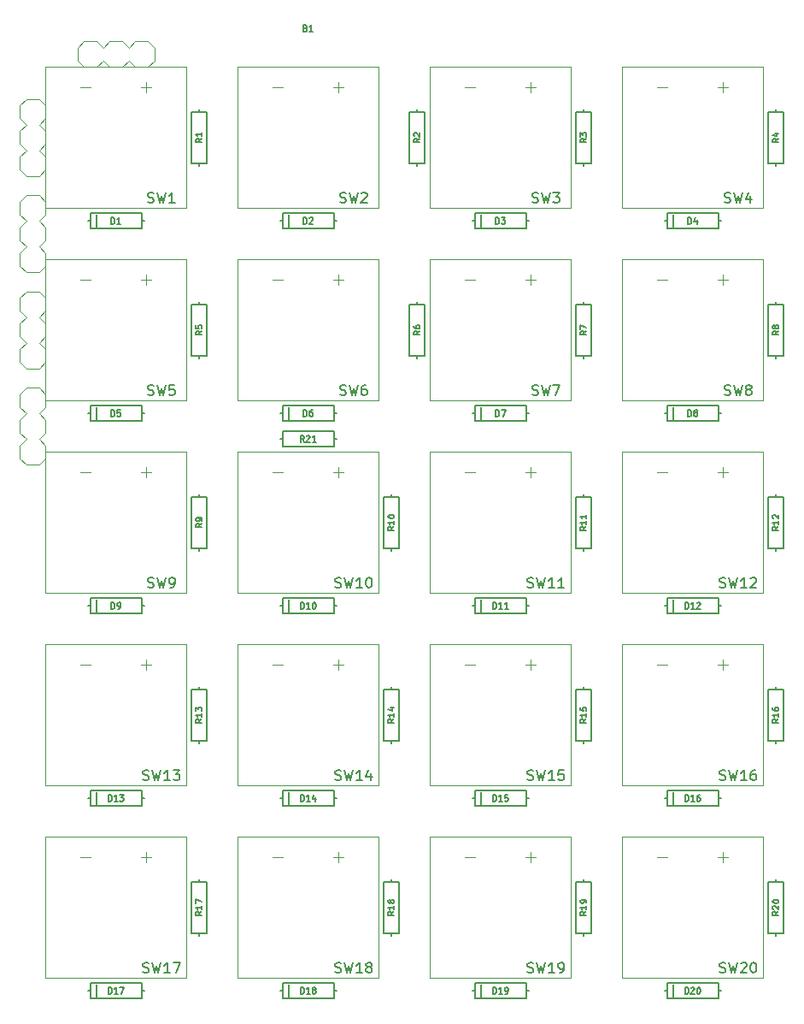
<source format=gbr>
G04 #@! TF.GenerationSoftware,KiCad,Pcbnew,5.1.2-f72e74a~84~ubuntu18.04.1*
G04 #@! TF.CreationDate,2019-07-30T16:00:35-04:00*
G04 #@! TF.ProjectId,numpad-1.0,6e756d70-6164-42d3-912e-302e6b696361,rev?*
G04 #@! TF.SameCoordinates,Original*
G04 #@! TF.FileFunction,Legend,Top*
G04 #@! TF.FilePolarity,Positive*
%FSLAX46Y46*%
G04 Gerber Fmt 4.6, Leading zero omitted, Abs format (unit mm)*
G04 Created by KiCad (PCBNEW 5.1.2-f72e74a~84~ubuntu18.04.1) date 2019-07-30 16:00:35*
%MOMM*%
%LPD*%
G04 APERTURE LIST*
%ADD10C,0.120000*%
%ADD11C,0.203200*%
%ADD12C,0.127000*%
%ADD13C,0.150000*%
G04 APERTURE END LIST*
D10*
X105410000Y-92075000D02*
X106680000Y-92075000D01*
X104775000Y-91440000D02*
X105410000Y-92075000D01*
X104775000Y-90170000D02*
X104775000Y-91440000D01*
X105410000Y-89535000D02*
X104775000Y-90170000D01*
X104775000Y-88900000D02*
X105410000Y-89535000D01*
X104775000Y-87630000D02*
X104775000Y-88900000D01*
X105410000Y-86995000D02*
X104775000Y-87630000D01*
X104775000Y-86360000D02*
X105410000Y-86995000D01*
X104775000Y-85090000D02*
X104775000Y-86360000D01*
X105410000Y-84455000D02*
X104775000Y-85090000D01*
X106680000Y-84455000D02*
X105410000Y-84455000D01*
X107315000Y-85090000D02*
X106680000Y-84455000D01*
X107315000Y-86360000D02*
X107315000Y-85090000D01*
X106680000Y-86995000D02*
X107315000Y-86360000D01*
X107315000Y-87630000D02*
X106680000Y-86995000D01*
X107315000Y-88900000D02*
X107315000Y-87630000D01*
X106680000Y-89535000D02*
X107315000Y-88900000D01*
X107315000Y-90170000D02*
X106680000Y-89535000D01*
X107315000Y-91440000D02*
X107315000Y-90170000D01*
X106680000Y-92075000D02*
X107315000Y-91440000D01*
X105410000Y-82550000D02*
X106680000Y-82550000D01*
X104775000Y-81915000D02*
X105410000Y-82550000D01*
X104775000Y-80645000D02*
X104775000Y-81915000D01*
X105410000Y-80010000D02*
X104775000Y-80645000D01*
X104775000Y-79375000D02*
X105410000Y-80010000D01*
X104775000Y-78105000D02*
X104775000Y-79375000D01*
X105410000Y-77470000D02*
X104775000Y-78105000D01*
X104775000Y-76835000D02*
X105410000Y-77470000D01*
X104775000Y-75565000D02*
X104775000Y-76835000D01*
X105410000Y-74930000D02*
X104775000Y-75565000D01*
X106680000Y-74930000D02*
X105410000Y-74930000D01*
X107315000Y-75565000D02*
X106680000Y-74930000D01*
X107315000Y-76835000D02*
X107315000Y-75565000D01*
X106680000Y-77470000D02*
X107315000Y-76835000D01*
X107315000Y-78105000D02*
X106680000Y-77470000D01*
X107315000Y-79375000D02*
X107315000Y-78105000D01*
X106680000Y-80010000D02*
X107315000Y-79375000D01*
X107315000Y-80645000D02*
X106680000Y-80010000D01*
X107315000Y-81915000D02*
X107315000Y-80645000D01*
X106680000Y-82550000D02*
X107315000Y-81915000D01*
X105410000Y-73025000D02*
X106680000Y-73025000D01*
X104775000Y-72390000D02*
X105410000Y-73025000D01*
X104775000Y-71120000D02*
X104775000Y-72390000D01*
X105410000Y-70485000D02*
X104775000Y-71120000D01*
X104775000Y-69850000D02*
X105410000Y-70485000D01*
X104775000Y-68580000D02*
X104775000Y-69850000D01*
X105410000Y-67945000D02*
X104775000Y-68580000D01*
X104775000Y-67310000D02*
X105410000Y-67945000D01*
X104775000Y-66040000D02*
X104775000Y-67310000D01*
X105410000Y-65405000D02*
X104775000Y-66040000D01*
X106680000Y-65405000D02*
X105410000Y-65405000D01*
X107315000Y-66040000D02*
X106680000Y-65405000D01*
X107315000Y-67310000D02*
X107315000Y-66040000D01*
X106680000Y-67945000D02*
X107315000Y-67310000D01*
X107315000Y-68580000D02*
X106680000Y-67945000D01*
X107315000Y-69850000D02*
X107315000Y-68580000D01*
X106680000Y-70485000D02*
X107315000Y-69850000D01*
X107315000Y-71120000D02*
X106680000Y-70485000D01*
X107315000Y-72390000D02*
X107315000Y-71120000D01*
X106680000Y-73025000D02*
X107315000Y-72390000D01*
X105410000Y-63500000D02*
X106680000Y-63500000D01*
X104775000Y-62865000D02*
X105410000Y-63500000D01*
X104775000Y-61595000D02*
X104775000Y-62865000D01*
X105410000Y-60960000D02*
X104775000Y-61595000D01*
X104775000Y-60325000D02*
X105410000Y-60960000D01*
X104775000Y-59055000D02*
X104775000Y-60325000D01*
X105410000Y-58420000D02*
X104775000Y-59055000D01*
X104775000Y-57785000D02*
X105410000Y-58420000D01*
X104775000Y-56515000D02*
X104775000Y-57785000D01*
X105410000Y-55880000D02*
X104775000Y-56515000D01*
X106680000Y-55880000D02*
X105410000Y-55880000D01*
X107315000Y-56515000D02*
X106680000Y-55880000D01*
X107315000Y-57785000D02*
X107315000Y-56515000D01*
X106680000Y-58420000D02*
X107315000Y-57785000D01*
X107315000Y-59055000D02*
X106680000Y-58420000D01*
X107315000Y-60325000D02*
X107315000Y-59055000D01*
X106680000Y-60960000D02*
X107315000Y-60325000D01*
X107315000Y-61595000D02*
X106680000Y-60960000D01*
X107315000Y-62865000D02*
X107315000Y-61595000D01*
X106680000Y-63500000D02*
X107315000Y-62865000D01*
X118110000Y-50800000D02*
X117475000Y-50165000D01*
X117475000Y-50165000D02*
X116205000Y-50165000D01*
X116205000Y-50165000D02*
X115570000Y-50800000D01*
X115570000Y-50800000D02*
X114935000Y-50165000D01*
X114935000Y-50165000D02*
X113665000Y-50165000D01*
X113665000Y-50165000D02*
X113030000Y-50800000D01*
X113030000Y-50800000D02*
X112395000Y-50165000D01*
X112395000Y-50165000D02*
X111125000Y-50165000D01*
X111125000Y-50165000D02*
X110490000Y-50800000D01*
X110490000Y-50800000D02*
X110490000Y-52070000D01*
X110490000Y-52070000D02*
X111125000Y-52705000D01*
X111125000Y-52705000D02*
X112395000Y-52705000D01*
X112395000Y-52705000D02*
X113030000Y-52070000D01*
X113030000Y-52070000D02*
X113665000Y-52705000D01*
X113665000Y-52705000D02*
X114935000Y-52705000D01*
X114935000Y-52705000D02*
X115570000Y-52070000D01*
X115570000Y-52070000D02*
X116205000Y-52705000D01*
X116205000Y-52705000D02*
X117475000Y-52705000D01*
X117475000Y-52705000D02*
X118110000Y-52070000D01*
X118110000Y-52070000D02*
X118110000Y-50800000D01*
D11*
X116840000Y-68707000D02*
X111760000Y-68707000D01*
X111760000Y-68707000D02*
X111760000Y-67945000D01*
X111760000Y-67945000D02*
X111760000Y-67183000D01*
X111760000Y-67183000D02*
X116840000Y-67183000D01*
X116840000Y-67183000D02*
X116840000Y-67945000D01*
X116840000Y-67945000D02*
X116840000Y-68707000D01*
X111760000Y-67945000D02*
X111506000Y-67945000D01*
X116840000Y-67945000D02*
X117094000Y-67945000D01*
X112395000Y-68580000D02*
X112395000Y-67310000D01*
X131445000Y-68580000D02*
X131445000Y-67310000D01*
X135890000Y-67945000D02*
X136144000Y-67945000D01*
X130810000Y-67945000D02*
X130556000Y-67945000D01*
X135890000Y-67945000D02*
X135890000Y-68707000D01*
X135890000Y-67183000D02*
X135890000Y-67945000D01*
X130810000Y-67183000D02*
X135890000Y-67183000D01*
X130810000Y-67945000D02*
X130810000Y-67183000D01*
X130810000Y-68707000D02*
X130810000Y-67945000D01*
X135890000Y-68707000D02*
X130810000Y-68707000D01*
X154940000Y-68707000D02*
X149860000Y-68707000D01*
X149860000Y-68707000D02*
X149860000Y-67945000D01*
X149860000Y-67945000D02*
X149860000Y-67183000D01*
X149860000Y-67183000D02*
X154940000Y-67183000D01*
X154940000Y-67183000D02*
X154940000Y-67945000D01*
X154940000Y-67945000D02*
X154940000Y-68707000D01*
X149860000Y-67945000D02*
X149606000Y-67945000D01*
X154940000Y-67945000D02*
X155194000Y-67945000D01*
X150495000Y-68580000D02*
X150495000Y-67310000D01*
X169545000Y-68580000D02*
X169545000Y-67310000D01*
X173990000Y-67945000D02*
X174244000Y-67945000D01*
X168910000Y-67945000D02*
X168656000Y-67945000D01*
X173990000Y-67945000D02*
X173990000Y-68707000D01*
X173990000Y-67183000D02*
X173990000Y-67945000D01*
X168910000Y-67183000D02*
X173990000Y-67183000D01*
X168910000Y-67945000D02*
X168910000Y-67183000D01*
X168910000Y-68707000D02*
X168910000Y-67945000D01*
X173990000Y-68707000D02*
X168910000Y-68707000D01*
X116840000Y-87757000D02*
X111760000Y-87757000D01*
X111760000Y-87757000D02*
X111760000Y-86995000D01*
X111760000Y-86995000D02*
X111760000Y-86233000D01*
X111760000Y-86233000D02*
X116840000Y-86233000D01*
X116840000Y-86233000D02*
X116840000Y-86995000D01*
X116840000Y-86995000D02*
X116840000Y-87757000D01*
X111760000Y-86995000D02*
X111506000Y-86995000D01*
X116840000Y-86995000D02*
X117094000Y-86995000D01*
X112395000Y-87630000D02*
X112395000Y-86360000D01*
X131445000Y-87630000D02*
X131445000Y-86360000D01*
X135890000Y-86995000D02*
X136144000Y-86995000D01*
X130810000Y-86995000D02*
X130556000Y-86995000D01*
X135890000Y-86995000D02*
X135890000Y-87757000D01*
X135890000Y-86233000D02*
X135890000Y-86995000D01*
X130810000Y-86233000D02*
X135890000Y-86233000D01*
X130810000Y-86995000D02*
X130810000Y-86233000D01*
X130810000Y-87757000D02*
X130810000Y-86995000D01*
X135890000Y-87757000D02*
X130810000Y-87757000D01*
X154940000Y-87757000D02*
X149860000Y-87757000D01*
X149860000Y-87757000D02*
X149860000Y-86995000D01*
X149860000Y-86995000D02*
X149860000Y-86233000D01*
X149860000Y-86233000D02*
X154940000Y-86233000D01*
X154940000Y-86233000D02*
X154940000Y-86995000D01*
X154940000Y-86995000D02*
X154940000Y-87757000D01*
X149860000Y-86995000D02*
X149606000Y-86995000D01*
X154940000Y-86995000D02*
X155194000Y-86995000D01*
X150495000Y-87630000D02*
X150495000Y-86360000D01*
X169545000Y-87630000D02*
X169545000Y-86360000D01*
X173990000Y-86995000D02*
X174244000Y-86995000D01*
X168910000Y-86995000D02*
X168656000Y-86995000D01*
X173990000Y-86995000D02*
X173990000Y-87757000D01*
X173990000Y-86233000D02*
X173990000Y-86995000D01*
X168910000Y-86233000D02*
X173990000Y-86233000D01*
X168910000Y-86995000D02*
X168910000Y-86233000D01*
X168910000Y-87757000D02*
X168910000Y-86995000D01*
X173990000Y-87757000D02*
X168910000Y-87757000D01*
X116840000Y-106807000D02*
X111760000Y-106807000D01*
X111760000Y-106807000D02*
X111760000Y-106045000D01*
X111760000Y-106045000D02*
X111760000Y-105283000D01*
X111760000Y-105283000D02*
X116840000Y-105283000D01*
X116840000Y-105283000D02*
X116840000Y-106045000D01*
X116840000Y-106045000D02*
X116840000Y-106807000D01*
X111760000Y-106045000D02*
X111506000Y-106045000D01*
X116840000Y-106045000D02*
X117094000Y-106045000D01*
X112395000Y-106680000D02*
X112395000Y-105410000D01*
X135890000Y-106807000D02*
X130810000Y-106807000D01*
X130810000Y-106807000D02*
X130810000Y-106045000D01*
X130810000Y-106045000D02*
X130810000Y-105283000D01*
X130810000Y-105283000D02*
X135890000Y-105283000D01*
X135890000Y-105283000D02*
X135890000Y-106045000D01*
X135890000Y-106045000D02*
X135890000Y-106807000D01*
X130810000Y-106045000D02*
X130556000Y-106045000D01*
X135890000Y-106045000D02*
X136144000Y-106045000D01*
X131445000Y-106680000D02*
X131445000Y-105410000D01*
X154940000Y-106807000D02*
X149860000Y-106807000D01*
X149860000Y-106807000D02*
X149860000Y-106045000D01*
X149860000Y-106045000D02*
X149860000Y-105283000D01*
X149860000Y-105283000D02*
X154940000Y-105283000D01*
X154940000Y-105283000D02*
X154940000Y-106045000D01*
X154940000Y-106045000D02*
X154940000Y-106807000D01*
X149860000Y-106045000D02*
X149606000Y-106045000D01*
X154940000Y-106045000D02*
X155194000Y-106045000D01*
X150495000Y-106680000D02*
X150495000Y-105410000D01*
X169545000Y-106680000D02*
X169545000Y-105410000D01*
X173990000Y-106045000D02*
X174244000Y-106045000D01*
X168910000Y-106045000D02*
X168656000Y-106045000D01*
X173990000Y-106045000D02*
X173990000Y-106807000D01*
X173990000Y-105283000D02*
X173990000Y-106045000D01*
X168910000Y-105283000D02*
X173990000Y-105283000D01*
X168910000Y-106045000D02*
X168910000Y-105283000D01*
X168910000Y-106807000D02*
X168910000Y-106045000D01*
X173990000Y-106807000D02*
X168910000Y-106807000D01*
X112395000Y-125730000D02*
X112395000Y-124460000D01*
X116840000Y-125095000D02*
X117094000Y-125095000D01*
X111760000Y-125095000D02*
X111506000Y-125095000D01*
X116840000Y-125095000D02*
X116840000Y-125857000D01*
X116840000Y-124333000D02*
X116840000Y-125095000D01*
X111760000Y-124333000D02*
X116840000Y-124333000D01*
X111760000Y-125095000D02*
X111760000Y-124333000D01*
X111760000Y-125857000D02*
X111760000Y-125095000D01*
X116840000Y-125857000D02*
X111760000Y-125857000D01*
X131445000Y-125730000D02*
X131445000Y-124460000D01*
X135890000Y-125095000D02*
X136144000Y-125095000D01*
X130810000Y-125095000D02*
X130556000Y-125095000D01*
X135890000Y-125095000D02*
X135890000Y-125857000D01*
X135890000Y-124333000D02*
X135890000Y-125095000D01*
X130810000Y-124333000D02*
X135890000Y-124333000D01*
X130810000Y-125095000D02*
X130810000Y-124333000D01*
X130810000Y-125857000D02*
X130810000Y-125095000D01*
X135890000Y-125857000D02*
X130810000Y-125857000D01*
X154940000Y-125857000D02*
X149860000Y-125857000D01*
X149860000Y-125857000D02*
X149860000Y-125095000D01*
X149860000Y-125095000D02*
X149860000Y-124333000D01*
X149860000Y-124333000D02*
X154940000Y-124333000D01*
X154940000Y-124333000D02*
X154940000Y-125095000D01*
X154940000Y-125095000D02*
X154940000Y-125857000D01*
X149860000Y-125095000D02*
X149606000Y-125095000D01*
X154940000Y-125095000D02*
X155194000Y-125095000D01*
X150495000Y-125730000D02*
X150495000Y-124460000D01*
X169545000Y-125730000D02*
X169545000Y-124460000D01*
X173990000Y-125095000D02*
X174244000Y-125095000D01*
X168910000Y-125095000D02*
X168656000Y-125095000D01*
X173990000Y-125095000D02*
X173990000Y-125857000D01*
X173990000Y-124333000D02*
X173990000Y-125095000D01*
X168910000Y-124333000D02*
X173990000Y-124333000D01*
X168910000Y-125095000D02*
X168910000Y-124333000D01*
X168910000Y-125857000D02*
X168910000Y-125095000D01*
X173990000Y-125857000D02*
X168910000Y-125857000D01*
X116840000Y-144907000D02*
X111760000Y-144907000D01*
X111760000Y-144907000D02*
X111760000Y-144145000D01*
X111760000Y-144145000D02*
X111760000Y-143383000D01*
X111760000Y-143383000D02*
X116840000Y-143383000D01*
X116840000Y-143383000D02*
X116840000Y-144145000D01*
X116840000Y-144145000D02*
X116840000Y-144907000D01*
X111760000Y-144145000D02*
X111506000Y-144145000D01*
X116840000Y-144145000D02*
X117094000Y-144145000D01*
X112395000Y-144780000D02*
X112395000Y-143510000D01*
X131445000Y-144780000D02*
X131445000Y-143510000D01*
X135890000Y-144145000D02*
X136144000Y-144145000D01*
X130810000Y-144145000D02*
X130556000Y-144145000D01*
X135890000Y-144145000D02*
X135890000Y-144907000D01*
X135890000Y-143383000D02*
X135890000Y-144145000D01*
X130810000Y-143383000D02*
X135890000Y-143383000D01*
X130810000Y-144145000D02*
X130810000Y-143383000D01*
X130810000Y-144907000D02*
X130810000Y-144145000D01*
X135890000Y-144907000D02*
X130810000Y-144907000D01*
X154940000Y-144907000D02*
X149860000Y-144907000D01*
X149860000Y-144907000D02*
X149860000Y-144145000D01*
X149860000Y-144145000D02*
X149860000Y-143383000D01*
X149860000Y-143383000D02*
X154940000Y-143383000D01*
X154940000Y-143383000D02*
X154940000Y-144145000D01*
X154940000Y-144145000D02*
X154940000Y-144907000D01*
X149860000Y-144145000D02*
X149606000Y-144145000D01*
X154940000Y-144145000D02*
X155194000Y-144145000D01*
X150495000Y-144780000D02*
X150495000Y-143510000D01*
X169545000Y-144780000D02*
X169545000Y-143510000D01*
X173990000Y-144145000D02*
X174244000Y-144145000D01*
X168910000Y-144145000D02*
X168656000Y-144145000D01*
X173990000Y-144145000D02*
X173990000Y-144907000D01*
X173990000Y-143383000D02*
X173990000Y-144145000D01*
X168910000Y-143383000D02*
X173990000Y-143383000D01*
X168910000Y-144145000D02*
X168910000Y-143383000D01*
X168910000Y-144907000D02*
X168910000Y-144145000D01*
X173990000Y-144907000D02*
X168910000Y-144907000D01*
X122555000Y-57150000D02*
X122555000Y-56896000D01*
X122555000Y-62230000D02*
X122555000Y-62484000D01*
X122555000Y-57150000D02*
X123317000Y-57150000D01*
X121793000Y-57150000D02*
X122555000Y-57150000D01*
X121793000Y-62230000D02*
X121793000Y-57150000D01*
X122555000Y-62230000D02*
X121793000Y-62230000D01*
X123317000Y-62230000D02*
X122555000Y-62230000D01*
X123317000Y-57150000D02*
X123317000Y-62230000D01*
X144907000Y-57150000D02*
X144907000Y-62230000D01*
X144907000Y-62230000D02*
X144145000Y-62230000D01*
X144145000Y-62230000D02*
X143383000Y-62230000D01*
X143383000Y-62230000D02*
X143383000Y-57150000D01*
X143383000Y-57150000D02*
X144145000Y-57150000D01*
X144145000Y-57150000D02*
X144907000Y-57150000D01*
X144145000Y-62230000D02*
X144145000Y-62484000D01*
X144145000Y-57150000D02*
X144145000Y-56896000D01*
X160655000Y-57150000D02*
X160655000Y-56896000D01*
X160655000Y-62230000D02*
X160655000Y-62484000D01*
X160655000Y-57150000D02*
X161417000Y-57150000D01*
X159893000Y-57150000D02*
X160655000Y-57150000D01*
X159893000Y-62230000D02*
X159893000Y-57150000D01*
X160655000Y-62230000D02*
X159893000Y-62230000D01*
X161417000Y-62230000D02*
X160655000Y-62230000D01*
X161417000Y-57150000D02*
X161417000Y-62230000D01*
X180467000Y-57150000D02*
X180467000Y-62230000D01*
X180467000Y-62230000D02*
X179705000Y-62230000D01*
X179705000Y-62230000D02*
X178943000Y-62230000D01*
X178943000Y-62230000D02*
X178943000Y-57150000D01*
X178943000Y-57150000D02*
X179705000Y-57150000D01*
X179705000Y-57150000D02*
X180467000Y-57150000D01*
X179705000Y-62230000D02*
X179705000Y-62484000D01*
X179705000Y-57150000D02*
X179705000Y-56896000D01*
X123317000Y-76200000D02*
X123317000Y-81280000D01*
X123317000Y-81280000D02*
X122555000Y-81280000D01*
X122555000Y-81280000D02*
X121793000Y-81280000D01*
X121793000Y-81280000D02*
X121793000Y-76200000D01*
X121793000Y-76200000D02*
X122555000Y-76200000D01*
X122555000Y-76200000D02*
X123317000Y-76200000D01*
X122555000Y-81280000D02*
X122555000Y-81534000D01*
X122555000Y-76200000D02*
X122555000Y-75946000D01*
X144907000Y-76200000D02*
X144907000Y-81280000D01*
X144907000Y-81280000D02*
X144145000Y-81280000D01*
X144145000Y-81280000D02*
X143383000Y-81280000D01*
X143383000Y-81280000D02*
X143383000Y-76200000D01*
X143383000Y-76200000D02*
X144145000Y-76200000D01*
X144145000Y-76200000D02*
X144907000Y-76200000D01*
X144145000Y-81280000D02*
X144145000Y-81534000D01*
X144145000Y-76200000D02*
X144145000Y-75946000D01*
X160655000Y-76200000D02*
X160655000Y-75946000D01*
X160655000Y-81280000D02*
X160655000Y-81534000D01*
X160655000Y-76200000D02*
X161417000Y-76200000D01*
X159893000Y-76200000D02*
X160655000Y-76200000D01*
X159893000Y-81280000D02*
X159893000Y-76200000D01*
X160655000Y-81280000D02*
X159893000Y-81280000D01*
X161417000Y-81280000D02*
X160655000Y-81280000D01*
X161417000Y-76200000D02*
X161417000Y-81280000D01*
X179705000Y-76200000D02*
X179705000Y-75946000D01*
X179705000Y-81280000D02*
X179705000Y-81534000D01*
X179705000Y-76200000D02*
X180467000Y-76200000D01*
X178943000Y-76200000D02*
X179705000Y-76200000D01*
X178943000Y-81280000D02*
X178943000Y-76200000D01*
X179705000Y-81280000D02*
X178943000Y-81280000D01*
X180467000Y-81280000D02*
X179705000Y-81280000D01*
X180467000Y-76200000D02*
X180467000Y-81280000D01*
X122555000Y-95250000D02*
X122555000Y-94996000D01*
X122555000Y-100330000D02*
X122555000Y-100584000D01*
X122555000Y-95250000D02*
X123317000Y-95250000D01*
X121793000Y-95250000D02*
X122555000Y-95250000D01*
X121793000Y-100330000D02*
X121793000Y-95250000D01*
X122555000Y-100330000D02*
X121793000Y-100330000D01*
X123317000Y-100330000D02*
X122555000Y-100330000D01*
X123317000Y-95250000D02*
X123317000Y-100330000D01*
X142367000Y-95250000D02*
X142367000Y-100330000D01*
X142367000Y-100330000D02*
X141605000Y-100330000D01*
X141605000Y-100330000D02*
X140843000Y-100330000D01*
X140843000Y-100330000D02*
X140843000Y-95250000D01*
X140843000Y-95250000D02*
X141605000Y-95250000D01*
X141605000Y-95250000D02*
X142367000Y-95250000D01*
X141605000Y-100330000D02*
X141605000Y-100584000D01*
X141605000Y-95250000D02*
X141605000Y-94996000D01*
X161417000Y-95250000D02*
X161417000Y-100330000D01*
X161417000Y-100330000D02*
X160655000Y-100330000D01*
X160655000Y-100330000D02*
X159893000Y-100330000D01*
X159893000Y-100330000D02*
X159893000Y-95250000D01*
X159893000Y-95250000D02*
X160655000Y-95250000D01*
X160655000Y-95250000D02*
X161417000Y-95250000D01*
X160655000Y-100330000D02*
X160655000Y-100584000D01*
X160655000Y-95250000D02*
X160655000Y-94996000D01*
X179705000Y-95250000D02*
X179705000Y-94996000D01*
X179705000Y-100330000D02*
X179705000Y-100584000D01*
X179705000Y-95250000D02*
X180467000Y-95250000D01*
X178943000Y-95250000D02*
X179705000Y-95250000D01*
X178943000Y-100330000D02*
X178943000Y-95250000D01*
X179705000Y-100330000D02*
X178943000Y-100330000D01*
X180467000Y-100330000D02*
X179705000Y-100330000D01*
X180467000Y-95250000D02*
X180467000Y-100330000D01*
X123317000Y-114300000D02*
X123317000Y-119380000D01*
X123317000Y-119380000D02*
X122555000Y-119380000D01*
X122555000Y-119380000D02*
X121793000Y-119380000D01*
X121793000Y-119380000D02*
X121793000Y-114300000D01*
X121793000Y-114300000D02*
X122555000Y-114300000D01*
X122555000Y-114300000D02*
X123317000Y-114300000D01*
X122555000Y-119380000D02*
X122555000Y-119634000D01*
X122555000Y-114300000D02*
X122555000Y-114046000D01*
X141605000Y-114300000D02*
X141605000Y-114046000D01*
X141605000Y-119380000D02*
X141605000Y-119634000D01*
X141605000Y-114300000D02*
X142367000Y-114300000D01*
X140843000Y-114300000D02*
X141605000Y-114300000D01*
X140843000Y-119380000D02*
X140843000Y-114300000D01*
X141605000Y-119380000D02*
X140843000Y-119380000D01*
X142367000Y-119380000D02*
X141605000Y-119380000D01*
X142367000Y-114300000D02*
X142367000Y-119380000D01*
X161417000Y-114300000D02*
X161417000Y-119380000D01*
X161417000Y-119380000D02*
X160655000Y-119380000D01*
X160655000Y-119380000D02*
X159893000Y-119380000D01*
X159893000Y-119380000D02*
X159893000Y-114300000D01*
X159893000Y-114300000D02*
X160655000Y-114300000D01*
X160655000Y-114300000D02*
X161417000Y-114300000D01*
X160655000Y-119380000D02*
X160655000Y-119634000D01*
X160655000Y-114300000D02*
X160655000Y-114046000D01*
X179705000Y-114300000D02*
X179705000Y-114046000D01*
X179705000Y-119380000D02*
X179705000Y-119634000D01*
X179705000Y-114300000D02*
X180467000Y-114300000D01*
X178943000Y-114300000D02*
X179705000Y-114300000D01*
X178943000Y-119380000D02*
X178943000Y-114300000D01*
X179705000Y-119380000D02*
X178943000Y-119380000D01*
X180467000Y-119380000D02*
X179705000Y-119380000D01*
X180467000Y-114300000D02*
X180467000Y-119380000D01*
X122555000Y-133350000D02*
X122555000Y-133096000D01*
X122555000Y-138430000D02*
X122555000Y-138684000D01*
X122555000Y-133350000D02*
X123317000Y-133350000D01*
X121793000Y-133350000D02*
X122555000Y-133350000D01*
X121793000Y-138430000D02*
X121793000Y-133350000D01*
X122555000Y-138430000D02*
X121793000Y-138430000D01*
X123317000Y-138430000D02*
X122555000Y-138430000D01*
X123317000Y-133350000D02*
X123317000Y-138430000D01*
X141605000Y-133350000D02*
X141605000Y-133096000D01*
X141605000Y-138430000D02*
X141605000Y-138684000D01*
X141605000Y-133350000D02*
X142367000Y-133350000D01*
X140843000Y-133350000D02*
X141605000Y-133350000D01*
X140843000Y-138430000D02*
X140843000Y-133350000D01*
X141605000Y-138430000D02*
X140843000Y-138430000D01*
X142367000Y-138430000D02*
X141605000Y-138430000D01*
X142367000Y-133350000D02*
X142367000Y-138430000D01*
X161417000Y-133350000D02*
X161417000Y-138430000D01*
X161417000Y-138430000D02*
X160655000Y-138430000D01*
X160655000Y-138430000D02*
X159893000Y-138430000D01*
X159893000Y-138430000D02*
X159893000Y-133350000D01*
X159893000Y-133350000D02*
X160655000Y-133350000D01*
X160655000Y-133350000D02*
X161417000Y-133350000D01*
X160655000Y-138430000D02*
X160655000Y-138684000D01*
X160655000Y-133350000D02*
X160655000Y-133096000D01*
X179705000Y-133350000D02*
X179705000Y-133096000D01*
X179705000Y-138430000D02*
X179705000Y-138684000D01*
X179705000Y-133350000D02*
X180467000Y-133350000D01*
X178943000Y-133350000D02*
X179705000Y-133350000D01*
X178943000Y-138430000D02*
X178943000Y-133350000D01*
X179705000Y-138430000D02*
X178943000Y-138430000D01*
X180467000Y-138430000D02*
X179705000Y-138430000D01*
X180467000Y-133350000D02*
X180467000Y-138430000D01*
X130810000Y-88773000D02*
X135890000Y-88773000D01*
X135890000Y-88773000D02*
X135890000Y-89535000D01*
X135890000Y-89535000D02*
X135890000Y-90297000D01*
X135890000Y-90297000D02*
X130810000Y-90297000D01*
X130810000Y-90297000D02*
X130810000Y-89535000D01*
X130810000Y-89535000D02*
X130810000Y-88773000D01*
X135890000Y-89535000D02*
X136144000Y-89535000D01*
X130810000Y-89535000D02*
X130556000Y-89535000D01*
D10*
X117300000Y-55190000D02*
X117300000Y-54190000D01*
X117800000Y-54690000D02*
X116800000Y-54690000D01*
X111800000Y-54690000D02*
X110800000Y-54690000D01*
X107300000Y-52690000D02*
X121300000Y-52690000D01*
X107300000Y-66690000D02*
X107300000Y-52690000D01*
X121300000Y-52690000D02*
X121300000Y-66690000D01*
X121300000Y-66690000D02*
X107300000Y-66690000D01*
X136350000Y-55190000D02*
X136350000Y-54190000D01*
X136850000Y-54690000D02*
X135850000Y-54690000D01*
X130850000Y-54690000D02*
X129850000Y-54690000D01*
X126350000Y-52690000D02*
X140350000Y-52690000D01*
X126350000Y-66690000D02*
X126350000Y-52690000D01*
X140350000Y-52690000D02*
X140350000Y-66690000D01*
X140350000Y-66690000D02*
X126350000Y-66690000D01*
X159400000Y-66690000D02*
X145400000Y-66690000D01*
X159400000Y-52690000D02*
X159400000Y-66690000D01*
X145400000Y-66690000D02*
X145400000Y-52690000D01*
X145400000Y-52690000D02*
X159400000Y-52690000D01*
X149900000Y-54690000D02*
X148900000Y-54690000D01*
X155900000Y-54690000D02*
X154900000Y-54690000D01*
X155400000Y-55190000D02*
X155400000Y-54190000D01*
X174450000Y-55190000D02*
X174450000Y-54190000D01*
X174950000Y-54690000D02*
X173950000Y-54690000D01*
X168950000Y-54690000D02*
X167950000Y-54690000D01*
X164450000Y-52690000D02*
X178450000Y-52690000D01*
X164450000Y-66690000D02*
X164450000Y-52690000D01*
X178450000Y-52690000D02*
X178450000Y-66690000D01*
X178450000Y-66690000D02*
X164450000Y-66690000D01*
X117300000Y-74240000D02*
X117300000Y-73240000D01*
X117800000Y-73740000D02*
X116800000Y-73740000D01*
X111800000Y-73740000D02*
X110800000Y-73740000D01*
X107300000Y-71740000D02*
X121300000Y-71740000D01*
X107300000Y-85740000D02*
X107300000Y-71740000D01*
X121300000Y-71740000D02*
X121300000Y-85740000D01*
X121300000Y-85740000D02*
X107300000Y-85740000D01*
X140350000Y-85740000D02*
X126350000Y-85740000D01*
X140350000Y-71740000D02*
X140350000Y-85740000D01*
X126350000Y-85740000D02*
X126350000Y-71740000D01*
X126350000Y-71740000D02*
X140350000Y-71740000D01*
X130850000Y-73740000D02*
X129850000Y-73740000D01*
X136850000Y-73740000D02*
X135850000Y-73740000D01*
X136350000Y-74240000D02*
X136350000Y-73240000D01*
X155400000Y-74240000D02*
X155400000Y-73240000D01*
X155900000Y-73740000D02*
X154900000Y-73740000D01*
X149900000Y-73740000D02*
X148900000Y-73740000D01*
X145400000Y-71740000D02*
X159400000Y-71740000D01*
X145400000Y-85740000D02*
X145400000Y-71740000D01*
X159400000Y-71740000D02*
X159400000Y-85740000D01*
X159400000Y-85740000D02*
X145400000Y-85740000D01*
X174450000Y-74240000D02*
X174450000Y-73240000D01*
X174950000Y-73740000D02*
X173950000Y-73740000D01*
X168950000Y-73740000D02*
X167950000Y-73740000D01*
X164450000Y-71740000D02*
X178450000Y-71740000D01*
X164450000Y-85740000D02*
X164450000Y-71740000D01*
X178450000Y-71740000D02*
X178450000Y-85740000D01*
X178450000Y-85740000D02*
X164450000Y-85740000D01*
X121300000Y-104790000D02*
X107300000Y-104790000D01*
X121300000Y-90790000D02*
X121300000Y-104790000D01*
X107300000Y-104790000D02*
X107300000Y-90790000D01*
X107300000Y-90790000D02*
X121300000Y-90790000D01*
X111800000Y-92790000D02*
X110800000Y-92790000D01*
X117800000Y-92790000D02*
X116800000Y-92790000D01*
X117300000Y-93290000D02*
X117300000Y-92290000D01*
X140350000Y-104790000D02*
X126350000Y-104790000D01*
X140350000Y-90790000D02*
X140350000Y-104790000D01*
X126350000Y-104790000D02*
X126350000Y-90790000D01*
X126350000Y-90790000D02*
X140350000Y-90790000D01*
X130850000Y-92790000D02*
X129850000Y-92790000D01*
X136850000Y-92790000D02*
X135850000Y-92790000D01*
X136350000Y-93290000D02*
X136350000Y-92290000D01*
X155400000Y-93290000D02*
X155400000Y-92290000D01*
X155900000Y-92790000D02*
X154900000Y-92790000D01*
X149900000Y-92790000D02*
X148900000Y-92790000D01*
X145400000Y-90790000D02*
X159400000Y-90790000D01*
X145400000Y-104790000D02*
X145400000Y-90790000D01*
X159400000Y-90790000D02*
X159400000Y-104790000D01*
X159400000Y-104790000D02*
X145400000Y-104790000D01*
X174450000Y-93290000D02*
X174450000Y-92290000D01*
X174950000Y-92790000D02*
X173950000Y-92790000D01*
X168950000Y-92790000D02*
X167950000Y-92790000D01*
X164450000Y-90790000D02*
X178450000Y-90790000D01*
X164450000Y-104790000D02*
X164450000Y-90790000D01*
X178450000Y-90790000D02*
X178450000Y-104790000D01*
X178450000Y-104790000D02*
X164450000Y-104790000D01*
X121300000Y-123840000D02*
X107300000Y-123840000D01*
X121300000Y-109840000D02*
X121300000Y-123840000D01*
X107300000Y-123840000D02*
X107300000Y-109840000D01*
X107300000Y-109840000D02*
X121300000Y-109840000D01*
X111800000Y-111840000D02*
X110800000Y-111840000D01*
X117800000Y-111840000D02*
X116800000Y-111840000D01*
X117300000Y-112340000D02*
X117300000Y-111340000D01*
X140350000Y-123840000D02*
X126350000Y-123840000D01*
X140350000Y-109840000D02*
X140350000Y-123840000D01*
X126350000Y-123840000D02*
X126350000Y-109840000D01*
X126350000Y-109840000D02*
X140350000Y-109840000D01*
X130850000Y-111840000D02*
X129850000Y-111840000D01*
X136850000Y-111840000D02*
X135850000Y-111840000D01*
X136350000Y-112340000D02*
X136350000Y-111340000D01*
X155400000Y-112340000D02*
X155400000Y-111340000D01*
X155900000Y-111840000D02*
X154900000Y-111840000D01*
X149900000Y-111840000D02*
X148900000Y-111840000D01*
X145400000Y-109840000D02*
X159400000Y-109840000D01*
X145400000Y-123840000D02*
X145400000Y-109840000D01*
X159400000Y-109840000D02*
X159400000Y-123840000D01*
X159400000Y-123840000D02*
X145400000Y-123840000D01*
X178450000Y-123840000D02*
X164450000Y-123840000D01*
X178450000Y-109840000D02*
X178450000Y-123840000D01*
X164450000Y-123840000D02*
X164450000Y-109840000D01*
X164450000Y-109840000D02*
X178450000Y-109840000D01*
X168950000Y-111840000D02*
X167950000Y-111840000D01*
X174950000Y-111840000D02*
X173950000Y-111840000D01*
X174450000Y-112340000D02*
X174450000Y-111340000D01*
X121300000Y-142890000D02*
X107300000Y-142890000D01*
X121300000Y-128890000D02*
X121300000Y-142890000D01*
X107300000Y-142890000D02*
X107300000Y-128890000D01*
X107300000Y-128890000D02*
X121300000Y-128890000D01*
X111800000Y-130890000D02*
X110800000Y-130890000D01*
X117800000Y-130890000D02*
X116800000Y-130890000D01*
X117300000Y-131390000D02*
X117300000Y-130390000D01*
X136350000Y-131390000D02*
X136350000Y-130390000D01*
X136850000Y-130890000D02*
X135850000Y-130890000D01*
X130850000Y-130890000D02*
X129850000Y-130890000D01*
X126350000Y-128890000D02*
X140350000Y-128890000D01*
X126350000Y-142890000D02*
X126350000Y-128890000D01*
X140350000Y-128890000D02*
X140350000Y-142890000D01*
X140350000Y-142890000D02*
X126350000Y-142890000D01*
X159400000Y-142890000D02*
X145400000Y-142890000D01*
X159400000Y-128890000D02*
X159400000Y-142890000D01*
X145400000Y-142890000D02*
X145400000Y-128890000D01*
X145400000Y-128890000D02*
X159400000Y-128890000D01*
X149900000Y-130890000D02*
X148900000Y-130890000D01*
X155900000Y-130890000D02*
X154900000Y-130890000D01*
X155400000Y-131390000D02*
X155400000Y-130390000D01*
X178450000Y-142890000D02*
X164450000Y-142890000D01*
X178450000Y-128890000D02*
X178450000Y-142890000D01*
X164450000Y-142890000D02*
X164450000Y-128890000D01*
X164450000Y-128890000D02*
X178450000Y-128890000D01*
X168950000Y-130890000D02*
X167950000Y-130890000D01*
X174950000Y-130890000D02*
X173950000Y-130890000D01*
X174450000Y-131390000D02*
X174450000Y-130390000D01*
D12*
X133103257Y-48851457D02*
X133190342Y-48880485D01*
X133219371Y-48909514D01*
X133248400Y-48967571D01*
X133248400Y-49054657D01*
X133219371Y-49112714D01*
X133190342Y-49141742D01*
X133132285Y-49170771D01*
X132900057Y-49170771D01*
X132900057Y-48561171D01*
X133103257Y-48561171D01*
X133161314Y-48590200D01*
X133190342Y-48619228D01*
X133219371Y-48677285D01*
X133219371Y-48735342D01*
X133190342Y-48793400D01*
X133161314Y-48822428D01*
X133103257Y-48851457D01*
X132900057Y-48851457D01*
X133828971Y-49170771D02*
X133480628Y-49170771D01*
X133654800Y-49170771D02*
X133654800Y-48561171D01*
X133596742Y-48648257D01*
X133538685Y-48706314D01*
X133480628Y-48735342D01*
X113850057Y-68220771D02*
X113850057Y-67611171D01*
X113995200Y-67611171D01*
X114082285Y-67640200D01*
X114140342Y-67698257D01*
X114169371Y-67756314D01*
X114198400Y-67872428D01*
X114198400Y-67959514D01*
X114169371Y-68075628D01*
X114140342Y-68133685D01*
X114082285Y-68191742D01*
X113995200Y-68220771D01*
X113850057Y-68220771D01*
X114778971Y-68220771D02*
X114430628Y-68220771D01*
X114604800Y-68220771D02*
X114604800Y-67611171D01*
X114546742Y-67698257D01*
X114488685Y-67756314D01*
X114430628Y-67785342D01*
X132900057Y-68220771D02*
X132900057Y-67611171D01*
X133045200Y-67611171D01*
X133132285Y-67640200D01*
X133190342Y-67698257D01*
X133219371Y-67756314D01*
X133248400Y-67872428D01*
X133248400Y-67959514D01*
X133219371Y-68075628D01*
X133190342Y-68133685D01*
X133132285Y-68191742D01*
X133045200Y-68220771D01*
X132900057Y-68220771D01*
X133480628Y-67669228D02*
X133509657Y-67640200D01*
X133567714Y-67611171D01*
X133712857Y-67611171D01*
X133770914Y-67640200D01*
X133799942Y-67669228D01*
X133828971Y-67727285D01*
X133828971Y-67785342D01*
X133799942Y-67872428D01*
X133451600Y-68220771D01*
X133828971Y-68220771D01*
X151950057Y-68220771D02*
X151950057Y-67611171D01*
X152095200Y-67611171D01*
X152182285Y-67640200D01*
X152240342Y-67698257D01*
X152269371Y-67756314D01*
X152298400Y-67872428D01*
X152298400Y-67959514D01*
X152269371Y-68075628D01*
X152240342Y-68133685D01*
X152182285Y-68191742D01*
X152095200Y-68220771D01*
X151950057Y-68220771D01*
X152501600Y-67611171D02*
X152878971Y-67611171D01*
X152675771Y-67843400D01*
X152762857Y-67843400D01*
X152820914Y-67872428D01*
X152849942Y-67901457D01*
X152878971Y-67959514D01*
X152878971Y-68104657D01*
X152849942Y-68162714D01*
X152820914Y-68191742D01*
X152762857Y-68220771D01*
X152588685Y-68220771D01*
X152530628Y-68191742D01*
X152501600Y-68162714D01*
X171000057Y-68220771D02*
X171000057Y-67611171D01*
X171145200Y-67611171D01*
X171232285Y-67640200D01*
X171290342Y-67698257D01*
X171319371Y-67756314D01*
X171348400Y-67872428D01*
X171348400Y-67959514D01*
X171319371Y-68075628D01*
X171290342Y-68133685D01*
X171232285Y-68191742D01*
X171145200Y-68220771D01*
X171000057Y-68220771D01*
X171870914Y-67814371D02*
X171870914Y-68220771D01*
X171725771Y-67582142D02*
X171580628Y-68017571D01*
X171958000Y-68017571D01*
X113850057Y-87270771D02*
X113850057Y-86661171D01*
X113995200Y-86661171D01*
X114082285Y-86690200D01*
X114140342Y-86748257D01*
X114169371Y-86806314D01*
X114198400Y-86922428D01*
X114198400Y-87009514D01*
X114169371Y-87125628D01*
X114140342Y-87183685D01*
X114082285Y-87241742D01*
X113995200Y-87270771D01*
X113850057Y-87270771D01*
X114749942Y-86661171D02*
X114459657Y-86661171D01*
X114430628Y-86951457D01*
X114459657Y-86922428D01*
X114517714Y-86893400D01*
X114662857Y-86893400D01*
X114720914Y-86922428D01*
X114749942Y-86951457D01*
X114778971Y-87009514D01*
X114778971Y-87154657D01*
X114749942Y-87212714D01*
X114720914Y-87241742D01*
X114662857Y-87270771D01*
X114517714Y-87270771D01*
X114459657Y-87241742D01*
X114430628Y-87212714D01*
X132900057Y-87270771D02*
X132900057Y-86661171D01*
X133045200Y-86661171D01*
X133132285Y-86690200D01*
X133190342Y-86748257D01*
X133219371Y-86806314D01*
X133248400Y-86922428D01*
X133248400Y-87009514D01*
X133219371Y-87125628D01*
X133190342Y-87183685D01*
X133132285Y-87241742D01*
X133045200Y-87270771D01*
X132900057Y-87270771D01*
X133770914Y-86661171D02*
X133654800Y-86661171D01*
X133596742Y-86690200D01*
X133567714Y-86719228D01*
X133509657Y-86806314D01*
X133480628Y-86922428D01*
X133480628Y-87154657D01*
X133509657Y-87212714D01*
X133538685Y-87241742D01*
X133596742Y-87270771D01*
X133712857Y-87270771D01*
X133770914Y-87241742D01*
X133799942Y-87212714D01*
X133828971Y-87154657D01*
X133828971Y-87009514D01*
X133799942Y-86951457D01*
X133770914Y-86922428D01*
X133712857Y-86893400D01*
X133596742Y-86893400D01*
X133538685Y-86922428D01*
X133509657Y-86951457D01*
X133480628Y-87009514D01*
X151950057Y-87270771D02*
X151950057Y-86661171D01*
X152095200Y-86661171D01*
X152182285Y-86690200D01*
X152240342Y-86748257D01*
X152269371Y-86806314D01*
X152298400Y-86922428D01*
X152298400Y-87009514D01*
X152269371Y-87125628D01*
X152240342Y-87183685D01*
X152182285Y-87241742D01*
X152095200Y-87270771D01*
X151950057Y-87270771D01*
X152501600Y-86661171D02*
X152908000Y-86661171D01*
X152646742Y-87270771D01*
X171000057Y-87270771D02*
X171000057Y-86661171D01*
X171145200Y-86661171D01*
X171232285Y-86690200D01*
X171290342Y-86748257D01*
X171319371Y-86806314D01*
X171348400Y-86922428D01*
X171348400Y-87009514D01*
X171319371Y-87125628D01*
X171290342Y-87183685D01*
X171232285Y-87241742D01*
X171145200Y-87270771D01*
X171000057Y-87270771D01*
X171696742Y-86922428D02*
X171638685Y-86893400D01*
X171609657Y-86864371D01*
X171580628Y-86806314D01*
X171580628Y-86777285D01*
X171609657Y-86719228D01*
X171638685Y-86690200D01*
X171696742Y-86661171D01*
X171812857Y-86661171D01*
X171870914Y-86690200D01*
X171899942Y-86719228D01*
X171928971Y-86777285D01*
X171928971Y-86806314D01*
X171899942Y-86864371D01*
X171870914Y-86893400D01*
X171812857Y-86922428D01*
X171696742Y-86922428D01*
X171638685Y-86951457D01*
X171609657Y-86980485D01*
X171580628Y-87038542D01*
X171580628Y-87154657D01*
X171609657Y-87212714D01*
X171638685Y-87241742D01*
X171696742Y-87270771D01*
X171812857Y-87270771D01*
X171870914Y-87241742D01*
X171899942Y-87212714D01*
X171928971Y-87154657D01*
X171928971Y-87038542D01*
X171899942Y-86980485D01*
X171870914Y-86951457D01*
X171812857Y-86922428D01*
X113850057Y-106320771D02*
X113850057Y-105711171D01*
X113995200Y-105711171D01*
X114082285Y-105740200D01*
X114140342Y-105798257D01*
X114169371Y-105856314D01*
X114198400Y-105972428D01*
X114198400Y-106059514D01*
X114169371Y-106175628D01*
X114140342Y-106233685D01*
X114082285Y-106291742D01*
X113995200Y-106320771D01*
X113850057Y-106320771D01*
X114488685Y-106320771D02*
X114604800Y-106320771D01*
X114662857Y-106291742D01*
X114691885Y-106262714D01*
X114749942Y-106175628D01*
X114778971Y-106059514D01*
X114778971Y-105827285D01*
X114749942Y-105769228D01*
X114720914Y-105740200D01*
X114662857Y-105711171D01*
X114546742Y-105711171D01*
X114488685Y-105740200D01*
X114459657Y-105769228D01*
X114430628Y-105827285D01*
X114430628Y-105972428D01*
X114459657Y-106030485D01*
X114488685Y-106059514D01*
X114546742Y-106088542D01*
X114662857Y-106088542D01*
X114720914Y-106059514D01*
X114749942Y-106030485D01*
X114778971Y-105972428D01*
X132609771Y-106320771D02*
X132609771Y-105711171D01*
X132754914Y-105711171D01*
X132842000Y-105740200D01*
X132900057Y-105798257D01*
X132929085Y-105856314D01*
X132958114Y-105972428D01*
X132958114Y-106059514D01*
X132929085Y-106175628D01*
X132900057Y-106233685D01*
X132842000Y-106291742D01*
X132754914Y-106320771D01*
X132609771Y-106320771D01*
X133538685Y-106320771D02*
X133190342Y-106320771D01*
X133364514Y-106320771D02*
X133364514Y-105711171D01*
X133306457Y-105798257D01*
X133248400Y-105856314D01*
X133190342Y-105885342D01*
X133916057Y-105711171D02*
X133974114Y-105711171D01*
X134032171Y-105740200D01*
X134061200Y-105769228D01*
X134090228Y-105827285D01*
X134119257Y-105943400D01*
X134119257Y-106088542D01*
X134090228Y-106204657D01*
X134061200Y-106262714D01*
X134032171Y-106291742D01*
X133974114Y-106320771D01*
X133916057Y-106320771D01*
X133858000Y-106291742D01*
X133828971Y-106262714D01*
X133799942Y-106204657D01*
X133770914Y-106088542D01*
X133770914Y-105943400D01*
X133799942Y-105827285D01*
X133828971Y-105769228D01*
X133858000Y-105740200D01*
X133916057Y-105711171D01*
X151659771Y-106320771D02*
X151659771Y-105711171D01*
X151804914Y-105711171D01*
X151892000Y-105740200D01*
X151950057Y-105798257D01*
X151979085Y-105856314D01*
X152008114Y-105972428D01*
X152008114Y-106059514D01*
X151979085Y-106175628D01*
X151950057Y-106233685D01*
X151892000Y-106291742D01*
X151804914Y-106320771D01*
X151659771Y-106320771D01*
X152588685Y-106320771D02*
X152240342Y-106320771D01*
X152414514Y-106320771D02*
X152414514Y-105711171D01*
X152356457Y-105798257D01*
X152298400Y-105856314D01*
X152240342Y-105885342D01*
X153169257Y-106320771D02*
X152820914Y-106320771D01*
X152995085Y-106320771D02*
X152995085Y-105711171D01*
X152937028Y-105798257D01*
X152878971Y-105856314D01*
X152820914Y-105885342D01*
X170709771Y-106320771D02*
X170709771Y-105711171D01*
X170854914Y-105711171D01*
X170942000Y-105740200D01*
X171000057Y-105798257D01*
X171029085Y-105856314D01*
X171058114Y-105972428D01*
X171058114Y-106059514D01*
X171029085Y-106175628D01*
X171000057Y-106233685D01*
X170942000Y-106291742D01*
X170854914Y-106320771D01*
X170709771Y-106320771D01*
X171638685Y-106320771D02*
X171290342Y-106320771D01*
X171464514Y-106320771D02*
X171464514Y-105711171D01*
X171406457Y-105798257D01*
X171348400Y-105856314D01*
X171290342Y-105885342D01*
X171870914Y-105769228D02*
X171899942Y-105740200D01*
X171958000Y-105711171D01*
X172103142Y-105711171D01*
X172161200Y-105740200D01*
X172190228Y-105769228D01*
X172219257Y-105827285D01*
X172219257Y-105885342D01*
X172190228Y-105972428D01*
X171841885Y-106320771D01*
X172219257Y-106320771D01*
X113559771Y-125370771D02*
X113559771Y-124761171D01*
X113704914Y-124761171D01*
X113792000Y-124790200D01*
X113850057Y-124848257D01*
X113879085Y-124906314D01*
X113908114Y-125022428D01*
X113908114Y-125109514D01*
X113879085Y-125225628D01*
X113850057Y-125283685D01*
X113792000Y-125341742D01*
X113704914Y-125370771D01*
X113559771Y-125370771D01*
X114488685Y-125370771D02*
X114140342Y-125370771D01*
X114314514Y-125370771D02*
X114314514Y-124761171D01*
X114256457Y-124848257D01*
X114198400Y-124906314D01*
X114140342Y-124935342D01*
X114691885Y-124761171D02*
X115069257Y-124761171D01*
X114866057Y-124993400D01*
X114953142Y-124993400D01*
X115011200Y-125022428D01*
X115040228Y-125051457D01*
X115069257Y-125109514D01*
X115069257Y-125254657D01*
X115040228Y-125312714D01*
X115011200Y-125341742D01*
X114953142Y-125370771D01*
X114778971Y-125370771D01*
X114720914Y-125341742D01*
X114691885Y-125312714D01*
X132609771Y-125370771D02*
X132609771Y-124761171D01*
X132754914Y-124761171D01*
X132842000Y-124790200D01*
X132900057Y-124848257D01*
X132929085Y-124906314D01*
X132958114Y-125022428D01*
X132958114Y-125109514D01*
X132929085Y-125225628D01*
X132900057Y-125283685D01*
X132842000Y-125341742D01*
X132754914Y-125370771D01*
X132609771Y-125370771D01*
X133538685Y-125370771D02*
X133190342Y-125370771D01*
X133364514Y-125370771D02*
X133364514Y-124761171D01*
X133306457Y-124848257D01*
X133248400Y-124906314D01*
X133190342Y-124935342D01*
X134061200Y-124964371D02*
X134061200Y-125370771D01*
X133916057Y-124732142D02*
X133770914Y-125167571D01*
X134148285Y-125167571D01*
X151659771Y-125370771D02*
X151659771Y-124761171D01*
X151804914Y-124761171D01*
X151892000Y-124790200D01*
X151950057Y-124848257D01*
X151979085Y-124906314D01*
X152008114Y-125022428D01*
X152008114Y-125109514D01*
X151979085Y-125225628D01*
X151950057Y-125283685D01*
X151892000Y-125341742D01*
X151804914Y-125370771D01*
X151659771Y-125370771D01*
X152588685Y-125370771D02*
X152240342Y-125370771D01*
X152414514Y-125370771D02*
X152414514Y-124761171D01*
X152356457Y-124848257D01*
X152298400Y-124906314D01*
X152240342Y-124935342D01*
X153140228Y-124761171D02*
X152849942Y-124761171D01*
X152820914Y-125051457D01*
X152849942Y-125022428D01*
X152908000Y-124993400D01*
X153053142Y-124993400D01*
X153111200Y-125022428D01*
X153140228Y-125051457D01*
X153169257Y-125109514D01*
X153169257Y-125254657D01*
X153140228Y-125312714D01*
X153111200Y-125341742D01*
X153053142Y-125370771D01*
X152908000Y-125370771D01*
X152849942Y-125341742D01*
X152820914Y-125312714D01*
X170709771Y-125370771D02*
X170709771Y-124761171D01*
X170854914Y-124761171D01*
X170942000Y-124790200D01*
X171000057Y-124848257D01*
X171029085Y-124906314D01*
X171058114Y-125022428D01*
X171058114Y-125109514D01*
X171029085Y-125225628D01*
X171000057Y-125283685D01*
X170942000Y-125341742D01*
X170854914Y-125370771D01*
X170709771Y-125370771D01*
X171638685Y-125370771D02*
X171290342Y-125370771D01*
X171464514Y-125370771D02*
X171464514Y-124761171D01*
X171406457Y-124848257D01*
X171348400Y-124906314D01*
X171290342Y-124935342D01*
X172161200Y-124761171D02*
X172045085Y-124761171D01*
X171987028Y-124790200D01*
X171958000Y-124819228D01*
X171899942Y-124906314D01*
X171870914Y-125022428D01*
X171870914Y-125254657D01*
X171899942Y-125312714D01*
X171928971Y-125341742D01*
X171987028Y-125370771D01*
X172103142Y-125370771D01*
X172161200Y-125341742D01*
X172190228Y-125312714D01*
X172219257Y-125254657D01*
X172219257Y-125109514D01*
X172190228Y-125051457D01*
X172161200Y-125022428D01*
X172103142Y-124993400D01*
X171987028Y-124993400D01*
X171928971Y-125022428D01*
X171899942Y-125051457D01*
X171870914Y-125109514D01*
X113559771Y-144420771D02*
X113559771Y-143811171D01*
X113704914Y-143811171D01*
X113792000Y-143840200D01*
X113850057Y-143898257D01*
X113879085Y-143956314D01*
X113908114Y-144072428D01*
X113908114Y-144159514D01*
X113879085Y-144275628D01*
X113850057Y-144333685D01*
X113792000Y-144391742D01*
X113704914Y-144420771D01*
X113559771Y-144420771D01*
X114488685Y-144420771D02*
X114140342Y-144420771D01*
X114314514Y-144420771D02*
X114314514Y-143811171D01*
X114256457Y-143898257D01*
X114198400Y-143956314D01*
X114140342Y-143985342D01*
X114691885Y-143811171D02*
X115098285Y-143811171D01*
X114837028Y-144420771D01*
X132609771Y-144420771D02*
X132609771Y-143811171D01*
X132754914Y-143811171D01*
X132842000Y-143840200D01*
X132900057Y-143898257D01*
X132929085Y-143956314D01*
X132958114Y-144072428D01*
X132958114Y-144159514D01*
X132929085Y-144275628D01*
X132900057Y-144333685D01*
X132842000Y-144391742D01*
X132754914Y-144420771D01*
X132609771Y-144420771D01*
X133538685Y-144420771D02*
X133190342Y-144420771D01*
X133364514Y-144420771D02*
X133364514Y-143811171D01*
X133306457Y-143898257D01*
X133248400Y-143956314D01*
X133190342Y-143985342D01*
X133887028Y-144072428D02*
X133828971Y-144043400D01*
X133799942Y-144014371D01*
X133770914Y-143956314D01*
X133770914Y-143927285D01*
X133799942Y-143869228D01*
X133828971Y-143840200D01*
X133887028Y-143811171D01*
X134003142Y-143811171D01*
X134061200Y-143840200D01*
X134090228Y-143869228D01*
X134119257Y-143927285D01*
X134119257Y-143956314D01*
X134090228Y-144014371D01*
X134061200Y-144043400D01*
X134003142Y-144072428D01*
X133887028Y-144072428D01*
X133828971Y-144101457D01*
X133799942Y-144130485D01*
X133770914Y-144188542D01*
X133770914Y-144304657D01*
X133799942Y-144362714D01*
X133828971Y-144391742D01*
X133887028Y-144420771D01*
X134003142Y-144420771D01*
X134061200Y-144391742D01*
X134090228Y-144362714D01*
X134119257Y-144304657D01*
X134119257Y-144188542D01*
X134090228Y-144130485D01*
X134061200Y-144101457D01*
X134003142Y-144072428D01*
X151659771Y-144420771D02*
X151659771Y-143811171D01*
X151804914Y-143811171D01*
X151892000Y-143840200D01*
X151950057Y-143898257D01*
X151979085Y-143956314D01*
X152008114Y-144072428D01*
X152008114Y-144159514D01*
X151979085Y-144275628D01*
X151950057Y-144333685D01*
X151892000Y-144391742D01*
X151804914Y-144420771D01*
X151659771Y-144420771D01*
X152588685Y-144420771D02*
X152240342Y-144420771D01*
X152414514Y-144420771D02*
X152414514Y-143811171D01*
X152356457Y-143898257D01*
X152298400Y-143956314D01*
X152240342Y-143985342D01*
X152878971Y-144420771D02*
X152995085Y-144420771D01*
X153053142Y-144391742D01*
X153082171Y-144362714D01*
X153140228Y-144275628D01*
X153169257Y-144159514D01*
X153169257Y-143927285D01*
X153140228Y-143869228D01*
X153111200Y-143840200D01*
X153053142Y-143811171D01*
X152937028Y-143811171D01*
X152878971Y-143840200D01*
X152849942Y-143869228D01*
X152820914Y-143927285D01*
X152820914Y-144072428D01*
X152849942Y-144130485D01*
X152878971Y-144159514D01*
X152937028Y-144188542D01*
X153053142Y-144188542D01*
X153111200Y-144159514D01*
X153140228Y-144130485D01*
X153169257Y-144072428D01*
X170709771Y-144420771D02*
X170709771Y-143811171D01*
X170854914Y-143811171D01*
X170942000Y-143840200D01*
X171000057Y-143898257D01*
X171029085Y-143956314D01*
X171058114Y-144072428D01*
X171058114Y-144159514D01*
X171029085Y-144275628D01*
X171000057Y-144333685D01*
X170942000Y-144391742D01*
X170854914Y-144420771D01*
X170709771Y-144420771D01*
X171290342Y-143869228D02*
X171319371Y-143840200D01*
X171377428Y-143811171D01*
X171522571Y-143811171D01*
X171580628Y-143840200D01*
X171609657Y-143869228D01*
X171638685Y-143927285D01*
X171638685Y-143985342D01*
X171609657Y-144072428D01*
X171261314Y-144420771D01*
X171638685Y-144420771D01*
X172016057Y-143811171D02*
X172074114Y-143811171D01*
X172132171Y-143840200D01*
X172161200Y-143869228D01*
X172190228Y-143927285D01*
X172219257Y-144043400D01*
X172219257Y-144188542D01*
X172190228Y-144304657D01*
X172161200Y-144362714D01*
X172132171Y-144391742D01*
X172074114Y-144420771D01*
X172016057Y-144420771D01*
X171958000Y-144391742D01*
X171928971Y-144362714D01*
X171899942Y-144304657D01*
X171870914Y-144188542D01*
X171870914Y-144043400D01*
X171899942Y-143927285D01*
X171928971Y-143869228D01*
X171958000Y-143840200D01*
X172016057Y-143811171D01*
X122830771Y-59791600D02*
X122540485Y-59994800D01*
X122830771Y-60139942D02*
X122221171Y-60139942D01*
X122221171Y-59907714D01*
X122250200Y-59849657D01*
X122279228Y-59820628D01*
X122337285Y-59791600D01*
X122424371Y-59791600D01*
X122482428Y-59820628D01*
X122511457Y-59849657D01*
X122540485Y-59907714D01*
X122540485Y-60139942D01*
X122830771Y-59211028D02*
X122830771Y-59559371D01*
X122830771Y-59385200D02*
X122221171Y-59385200D01*
X122308257Y-59443257D01*
X122366314Y-59501314D01*
X122395342Y-59559371D01*
X144420771Y-59791600D02*
X144130485Y-59994800D01*
X144420771Y-60139942D02*
X143811171Y-60139942D01*
X143811171Y-59907714D01*
X143840200Y-59849657D01*
X143869228Y-59820628D01*
X143927285Y-59791600D01*
X144014371Y-59791600D01*
X144072428Y-59820628D01*
X144101457Y-59849657D01*
X144130485Y-59907714D01*
X144130485Y-60139942D01*
X143869228Y-59559371D02*
X143840200Y-59530342D01*
X143811171Y-59472285D01*
X143811171Y-59327142D01*
X143840200Y-59269085D01*
X143869228Y-59240057D01*
X143927285Y-59211028D01*
X143985342Y-59211028D01*
X144072428Y-59240057D01*
X144420771Y-59588400D01*
X144420771Y-59211028D01*
X160930771Y-59791600D02*
X160640485Y-59994800D01*
X160930771Y-60139942D02*
X160321171Y-60139942D01*
X160321171Y-59907714D01*
X160350200Y-59849657D01*
X160379228Y-59820628D01*
X160437285Y-59791600D01*
X160524371Y-59791600D01*
X160582428Y-59820628D01*
X160611457Y-59849657D01*
X160640485Y-59907714D01*
X160640485Y-60139942D01*
X160321171Y-59588400D02*
X160321171Y-59211028D01*
X160553400Y-59414228D01*
X160553400Y-59327142D01*
X160582428Y-59269085D01*
X160611457Y-59240057D01*
X160669514Y-59211028D01*
X160814657Y-59211028D01*
X160872714Y-59240057D01*
X160901742Y-59269085D01*
X160930771Y-59327142D01*
X160930771Y-59501314D01*
X160901742Y-59559371D01*
X160872714Y-59588400D01*
X179980771Y-59791600D02*
X179690485Y-59994800D01*
X179980771Y-60139942D02*
X179371171Y-60139942D01*
X179371171Y-59907714D01*
X179400200Y-59849657D01*
X179429228Y-59820628D01*
X179487285Y-59791600D01*
X179574371Y-59791600D01*
X179632428Y-59820628D01*
X179661457Y-59849657D01*
X179690485Y-59907714D01*
X179690485Y-60139942D01*
X179574371Y-59269085D02*
X179980771Y-59269085D01*
X179342142Y-59414228D02*
X179777571Y-59559371D01*
X179777571Y-59182000D01*
X122830771Y-78841600D02*
X122540485Y-79044800D01*
X122830771Y-79189942D02*
X122221171Y-79189942D01*
X122221171Y-78957714D01*
X122250200Y-78899657D01*
X122279228Y-78870628D01*
X122337285Y-78841600D01*
X122424371Y-78841600D01*
X122482428Y-78870628D01*
X122511457Y-78899657D01*
X122540485Y-78957714D01*
X122540485Y-79189942D01*
X122221171Y-78290057D02*
X122221171Y-78580342D01*
X122511457Y-78609371D01*
X122482428Y-78580342D01*
X122453400Y-78522285D01*
X122453400Y-78377142D01*
X122482428Y-78319085D01*
X122511457Y-78290057D01*
X122569514Y-78261028D01*
X122714657Y-78261028D01*
X122772714Y-78290057D01*
X122801742Y-78319085D01*
X122830771Y-78377142D01*
X122830771Y-78522285D01*
X122801742Y-78580342D01*
X122772714Y-78609371D01*
X144420771Y-78841600D02*
X144130485Y-79044800D01*
X144420771Y-79189942D02*
X143811171Y-79189942D01*
X143811171Y-78957714D01*
X143840200Y-78899657D01*
X143869228Y-78870628D01*
X143927285Y-78841600D01*
X144014371Y-78841600D01*
X144072428Y-78870628D01*
X144101457Y-78899657D01*
X144130485Y-78957714D01*
X144130485Y-79189942D01*
X143811171Y-78319085D02*
X143811171Y-78435200D01*
X143840200Y-78493257D01*
X143869228Y-78522285D01*
X143956314Y-78580342D01*
X144072428Y-78609371D01*
X144304657Y-78609371D01*
X144362714Y-78580342D01*
X144391742Y-78551314D01*
X144420771Y-78493257D01*
X144420771Y-78377142D01*
X144391742Y-78319085D01*
X144362714Y-78290057D01*
X144304657Y-78261028D01*
X144159514Y-78261028D01*
X144101457Y-78290057D01*
X144072428Y-78319085D01*
X144043400Y-78377142D01*
X144043400Y-78493257D01*
X144072428Y-78551314D01*
X144101457Y-78580342D01*
X144159514Y-78609371D01*
X160930771Y-78841600D02*
X160640485Y-79044800D01*
X160930771Y-79189942D02*
X160321171Y-79189942D01*
X160321171Y-78957714D01*
X160350200Y-78899657D01*
X160379228Y-78870628D01*
X160437285Y-78841600D01*
X160524371Y-78841600D01*
X160582428Y-78870628D01*
X160611457Y-78899657D01*
X160640485Y-78957714D01*
X160640485Y-79189942D01*
X160321171Y-78638400D02*
X160321171Y-78232000D01*
X160930771Y-78493257D01*
X179980771Y-78841600D02*
X179690485Y-79044800D01*
X179980771Y-79189942D02*
X179371171Y-79189942D01*
X179371171Y-78957714D01*
X179400200Y-78899657D01*
X179429228Y-78870628D01*
X179487285Y-78841600D01*
X179574371Y-78841600D01*
X179632428Y-78870628D01*
X179661457Y-78899657D01*
X179690485Y-78957714D01*
X179690485Y-79189942D01*
X179632428Y-78493257D02*
X179603400Y-78551314D01*
X179574371Y-78580342D01*
X179516314Y-78609371D01*
X179487285Y-78609371D01*
X179429228Y-78580342D01*
X179400200Y-78551314D01*
X179371171Y-78493257D01*
X179371171Y-78377142D01*
X179400200Y-78319085D01*
X179429228Y-78290057D01*
X179487285Y-78261028D01*
X179516314Y-78261028D01*
X179574371Y-78290057D01*
X179603400Y-78319085D01*
X179632428Y-78377142D01*
X179632428Y-78493257D01*
X179661457Y-78551314D01*
X179690485Y-78580342D01*
X179748542Y-78609371D01*
X179864657Y-78609371D01*
X179922714Y-78580342D01*
X179951742Y-78551314D01*
X179980771Y-78493257D01*
X179980771Y-78377142D01*
X179951742Y-78319085D01*
X179922714Y-78290057D01*
X179864657Y-78261028D01*
X179748542Y-78261028D01*
X179690485Y-78290057D01*
X179661457Y-78319085D01*
X179632428Y-78377142D01*
X122830771Y-97891600D02*
X122540485Y-98094800D01*
X122830771Y-98239942D02*
X122221171Y-98239942D01*
X122221171Y-98007714D01*
X122250200Y-97949657D01*
X122279228Y-97920628D01*
X122337285Y-97891600D01*
X122424371Y-97891600D01*
X122482428Y-97920628D01*
X122511457Y-97949657D01*
X122540485Y-98007714D01*
X122540485Y-98239942D01*
X122830771Y-97601314D02*
X122830771Y-97485200D01*
X122801742Y-97427142D01*
X122772714Y-97398114D01*
X122685628Y-97340057D01*
X122569514Y-97311028D01*
X122337285Y-97311028D01*
X122279228Y-97340057D01*
X122250200Y-97369085D01*
X122221171Y-97427142D01*
X122221171Y-97543257D01*
X122250200Y-97601314D01*
X122279228Y-97630342D01*
X122337285Y-97659371D01*
X122482428Y-97659371D01*
X122540485Y-97630342D01*
X122569514Y-97601314D01*
X122598542Y-97543257D01*
X122598542Y-97427142D01*
X122569514Y-97369085D01*
X122540485Y-97340057D01*
X122482428Y-97311028D01*
X141880771Y-98181885D02*
X141590485Y-98385085D01*
X141880771Y-98530228D02*
X141271171Y-98530228D01*
X141271171Y-98298000D01*
X141300200Y-98239942D01*
X141329228Y-98210914D01*
X141387285Y-98181885D01*
X141474371Y-98181885D01*
X141532428Y-98210914D01*
X141561457Y-98239942D01*
X141590485Y-98298000D01*
X141590485Y-98530228D01*
X141880771Y-97601314D02*
X141880771Y-97949657D01*
X141880771Y-97775485D02*
X141271171Y-97775485D01*
X141358257Y-97833542D01*
X141416314Y-97891600D01*
X141445342Y-97949657D01*
X141271171Y-97223942D02*
X141271171Y-97165885D01*
X141300200Y-97107828D01*
X141329228Y-97078800D01*
X141387285Y-97049771D01*
X141503400Y-97020742D01*
X141648542Y-97020742D01*
X141764657Y-97049771D01*
X141822714Y-97078800D01*
X141851742Y-97107828D01*
X141880771Y-97165885D01*
X141880771Y-97223942D01*
X141851742Y-97282000D01*
X141822714Y-97311028D01*
X141764657Y-97340057D01*
X141648542Y-97369085D01*
X141503400Y-97369085D01*
X141387285Y-97340057D01*
X141329228Y-97311028D01*
X141300200Y-97282000D01*
X141271171Y-97223942D01*
X160930771Y-98181885D02*
X160640485Y-98385085D01*
X160930771Y-98530228D02*
X160321171Y-98530228D01*
X160321171Y-98298000D01*
X160350200Y-98239942D01*
X160379228Y-98210914D01*
X160437285Y-98181885D01*
X160524371Y-98181885D01*
X160582428Y-98210914D01*
X160611457Y-98239942D01*
X160640485Y-98298000D01*
X160640485Y-98530228D01*
X160930771Y-97601314D02*
X160930771Y-97949657D01*
X160930771Y-97775485D02*
X160321171Y-97775485D01*
X160408257Y-97833542D01*
X160466314Y-97891600D01*
X160495342Y-97949657D01*
X160930771Y-97020742D02*
X160930771Y-97369085D01*
X160930771Y-97194914D02*
X160321171Y-97194914D01*
X160408257Y-97252971D01*
X160466314Y-97311028D01*
X160495342Y-97369085D01*
X179980771Y-98181885D02*
X179690485Y-98385085D01*
X179980771Y-98530228D02*
X179371171Y-98530228D01*
X179371171Y-98298000D01*
X179400200Y-98239942D01*
X179429228Y-98210914D01*
X179487285Y-98181885D01*
X179574371Y-98181885D01*
X179632428Y-98210914D01*
X179661457Y-98239942D01*
X179690485Y-98298000D01*
X179690485Y-98530228D01*
X179980771Y-97601314D02*
X179980771Y-97949657D01*
X179980771Y-97775485D02*
X179371171Y-97775485D01*
X179458257Y-97833542D01*
X179516314Y-97891600D01*
X179545342Y-97949657D01*
X179429228Y-97369085D02*
X179400200Y-97340057D01*
X179371171Y-97282000D01*
X179371171Y-97136857D01*
X179400200Y-97078800D01*
X179429228Y-97049771D01*
X179487285Y-97020742D01*
X179545342Y-97020742D01*
X179632428Y-97049771D01*
X179980771Y-97398114D01*
X179980771Y-97020742D01*
X122830771Y-117231885D02*
X122540485Y-117435085D01*
X122830771Y-117580228D02*
X122221171Y-117580228D01*
X122221171Y-117348000D01*
X122250200Y-117289942D01*
X122279228Y-117260914D01*
X122337285Y-117231885D01*
X122424371Y-117231885D01*
X122482428Y-117260914D01*
X122511457Y-117289942D01*
X122540485Y-117348000D01*
X122540485Y-117580228D01*
X122830771Y-116651314D02*
X122830771Y-116999657D01*
X122830771Y-116825485D02*
X122221171Y-116825485D01*
X122308257Y-116883542D01*
X122366314Y-116941600D01*
X122395342Y-116999657D01*
X122221171Y-116448114D02*
X122221171Y-116070742D01*
X122453400Y-116273942D01*
X122453400Y-116186857D01*
X122482428Y-116128800D01*
X122511457Y-116099771D01*
X122569514Y-116070742D01*
X122714657Y-116070742D01*
X122772714Y-116099771D01*
X122801742Y-116128800D01*
X122830771Y-116186857D01*
X122830771Y-116361028D01*
X122801742Y-116419085D01*
X122772714Y-116448114D01*
X141880771Y-117231885D02*
X141590485Y-117435085D01*
X141880771Y-117580228D02*
X141271171Y-117580228D01*
X141271171Y-117348000D01*
X141300200Y-117289942D01*
X141329228Y-117260914D01*
X141387285Y-117231885D01*
X141474371Y-117231885D01*
X141532428Y-117260914D01*
X141561457Y-117289942D01*
X141590485Y-117348000D01*
X141590485Y-117580228D01*
X141880771Y-116651314D02*
X141880771Y-116999657D01*
X141880771Y-116825485D02*
X141271171Y-116825485D01*
X141358257Y-116883542D01*
X141416314Y-116941600D01*
X141445342Y-116999657D01*
X141474371Y-116128800D02*
X141880771Y-116128800D01*
X141242142Y-116273942D02*
X141677571Y-116419085D01*
X141677571Y-116041714D01*
X160930771Y-117231885D02*
X160640485Y-117435085D01*
X160930771Y-117580228D02*
X160321171Y-117580228D01*
X160321171Y-117348000D01*
X160350200Y-117289942D01*
X160379228Y-117260914D01*
X160437285Y-117231885D01*
X160524371Y-117231885D01*
X160582428Y-117260914D01*
X160611457Y-117289942D01*
X160640485Y-117348000D01*
X160640485Y-117580228D01*
X160930771Y-116651314D02*
X160930771Y-116999657D01*
X160930771Y-116825485D02*
X160321171Y-116825485D01*
X160408257Y-116883542D01*
X160466314Y-116941600D01*
X160495342Y-116999657D01*
X160321171Y-116099771D02*
X160321171Y-116390057D01*
X160611457Y-116419085D01*
X160582428Y-116390057D01*
X160553400Y-116332000D01*
X160553400Y-116186857D01*
X160582428Y-116128800D01*
X160611457Y-116099771D01*
X160669514Y-116070742D01*
X160814657Y-116070742D01*
X160872714Y-116099771D01*
X160901742Y-116128800D01*
X160930771Y-116186857D01*
X160930771Y-116332000D01*
X160901742Y-116390057D01*
X160872714Y-116419085D01*
X179980771Y-117231885D02*
X179690485Y-117435085D01*
X179980771Y-117580228D02*
X179371171Y-117580228D01*
X179371171Y-117348000D01*
X179400200Y-117289942D01*
X179429228Y-117260914D01*
X179487285Y-117231885D01*
X179574371Y-117231885D01*
X179632428Y-117260914D01*
X179661457Y-117289942D01*
X179690485Y-117348000D01*
X179690485Y-117580228D01*
X179980771Y-116651314D02*
X179980771Y-116999657D01*
X179980771Y-116825485D02*
X179371171Y-116825485D01*
X179458257Y-116883542D01*
X179516314Y-116941600D01*
X179545342Y-116999657D01*
X179371171Y-116128800D02*
X179371171Y-116244914D01*
X179400200Y-116302971D01*
X179429228Y-116332000D01*
X179516314Y-116390057D01*
X179632428Y-116419085D01*
X179864657Y-116419085D01*
X179922714Y-116390057D01*
X179951742Y-116361028D01*
X179980771Y-116302971D01*
X179980771Y-116186857D01*
X179951742Y-116128800D01*
X179922714Y-116099771D01*
X179864657Y-116070742D01*
X179719514Y-116070742D01*
X179661457Y-116099771D01*
X179632428Y-116128800D01*
X179603400Y-116186857D01*
X179603400Y-116302971D01*
X179632428Y-116361028D01*
X179661457Y-116390057D01*
X179719514Y-116419085D01*
X122830771Y-136281885D02*
X122540485Y-136485085D01*
X122830771Y-136630228D02*
X122221171Y-136630228D01*
X122221171Y-136398000D01*
X122250200Y-136339942D01*
X122279228Y-136310914D01*
X122337285Y-136281885D01*
X122424371Y-136281885D01*
X122482428Y-136310914D01*
X122511457Y-136339942D01*
X122540485Y-136398000D01*
X122540485Y-136630228D01*
X122830771Y-135701314D02*
X122830771Y-136049657D01*
X122830771Y-135875485D02*
X122221171Y-135875485D01*
X122308257Y-135933542D01*
X122366314Y-135991600D01*
X122395342Y-136049657D01*
X122221171Y-135498114D02*
X122221171Y-135091714D01*
X122830771Y-135352971D01*
X141880771Y-136281885D02*
X141590485Y-136485085D01*
X141880771Y-136630228D02*
X141271171Y-136630228D01*
X141271171Y-136398000D01*
X141300200Y-136339942D01*
X141329228Y-136310914D01*
X141387285Y-136281885D01*
X141474371Y-136281885D01*
X141532428Y-136310914D01*
X141561457Y-136339942D01*
X141590485Y-136398000D01*
X141590485Y-136630228D01*
X141880771Y-135701314D02*
X141880771Y-136049657D01*
X141880771Y-135875485D02*
X141271171Y-135875485D01*
X141358257Y-135933542D01*
X141416314Y-135991600D01*
X141445342Y-136049657D01*
X141532428Y-135352971D02*
X141503400Y-135411028D01*
X141474371Y-135440057D01*
X141416314Y-135469085D01*
X141387285Y-135469085D01*
X141329228Y-135440057D01*
X141300200Y-135411028D01*
X141271171Y-135352971D01*
X141271171Y-135236857D01*
X141300200Y-135178800D01*
X141329228Y-135149771D01*
X141387285Y-135120742D01*
X141416314Y-135120742D01*
X141474371Y-135149771D01*
X141503400Y-135178800D01*
X141532428Y-135236857D01*
X141532428Y-135352971D01*
X141561457Y-135411028D01*
X141590485Y-135440057D01*
X141648542Y-135469085D01*
X141764657Y-135469085D01*
X141822714Y-135440057D01*
X141851742Y-135411028D01*
X141880771Y-135352971D01*
X141880771Y-135236857D01*
X141851742Y-135178800D01*
X141822714Y-135149771D01*
X141764657Y-135120742D01*
X141648542Y-135120742D01*
X141590485Y-135149771D01*
X141561457Y-135178800D01*
X141532428Y-135236857D01*
X160930771Y-136281885D02*
X160640485Y-136485085D01*
X160930771Y-136630228D02*
X160321171Y-136630228D01*
X160321171Y-136398000D01*
X160350200Y-136339942D01*
X160379228Y-136310914D01*
X160437285Y-136281885D01*
X160524371Y-136281885D01*
X160582428Y-136310914D01*
X160611457Y-136339942D01*
X160640485Y-136398000D01*
X160640485Y-136630228D01*
X160930771Y-135701314D02*
X160930771Y-136049657D01*
X160930771Y-135875485D02*
X160321171Y-135875485D01*
X160408257Y-135933542D01*
X160466314Y-135991600D01*
X160495342Y-136049657D01*
X160930771Y-135411028D02*
X160930771Y-135294914D01*
X160901742Y-135236857D01*
X160872714Y-135207828D01*
X160785628Y-135149771D01*
X160669514Y-135120742D01*
X160437285Y-135120742D01*
X160379228Y-135149771D01*
X160350200Y-135178800D01*
X160321171Y-135236857D01*
X160321171Y-135352971D01*
X160350200Y-135411028D01*
X160379228Y-135440057D01*
X160437285Y-135469085D01*
X160582428Y-135469085D01*
X160640485Y-135440057D01*
X160669514Y-135411028D01*
X160698542Y-135352971D01*
X160698542Y-135236857D01*
X160669514Y-135178800D01*
X160640485Y-135149771D01*
X160582428Y-135120742D01*
X179980771Y-136281885D02*
X179690485Y-136485085D01*
X179980771Y-136630228D02*
X179371171Y-136630228D01*
X179371171Y-136398000D01*
X179400200Y-136339942D01*
X179429228Y-136310914D01*
X179487285Y-136281885D01*
X179574371Y-136281885D01*
X179632428Y-136310914D01*
X179661457Y-136339942D01*
X179690485Y-136398000D01*
X179690485Y-136630228D01*
X179429228Y-136049657D02*
X179400200Y-136020628D01*
X179371171Y-135962571D01*
X179371171Y-135817428D01*
X179400200Y-135759371D01*
X179429228Y-135730342D01*
X179487285Y-135701314D01*
X179545342Y-135701314D01*
X179632428Y-135730342D01*
X179980771Y-136078685D01*
X179980771Y-135701314D01*
X179371171Y-135323942D02*
X179371171Y-135265885D01*
X179400200Y-135207828D01*
X179429228Y-135178800D01*
X179487285Y-135149771D01*
X179603400Y-135120742D01*
X179748542Y-135120742D01*
X179864657Y-135149771D01*
X179922714Y-135178800D01*
X179951742Y-135207828D01*
X179980771Y-135265885D01*
X179980771Y-135323942D01*
X179951742Y-135382000D01*
X179922714Y-135411028D01*
X179864657Y-135440057D01*
X179748542Y-135469085D01*
X179603400Y-135469085D01*
X179487285Y-135440057D01*
X179429228Y-135411028D01*
X179400200Y-135382000D01*
X179371171Y-135323942D01*
X132958114Y-89810771D02*
X132754914Y-89520485D01*
X132609771Y-89810771D02*
X132609771Y-89201171D01*
X132842000Y-89201171D01*
X132900057Y-89230200D01*
X132929085Y-89259228D01*
X132958114Y-89317285D01*
X132958114Y-89404371D01*
X132929085Y-89462428D01*
X132900057Y-89491457D01*
X132842000Y-89520485D01*
X132609771Y-89520485D01*
X133190342Y-89259228D02*
X133219371Y-89230200D01*
X133277428Y-89201171D01*
X133422571Y-89201171D01*
X133480628Y-89230200D01*
X133509657Y-89259228D01*
X133538685Y-89317285D01*
X133538685Y-89375342D01*
X133509657Y-89462428D01*
X133161314Y-89810771D01*
X133538685Y-89810771D01*
X134119257Y-89810771D02*
X133770914Y-89810771D01*
X133945085Y-89810771D02*
X133945085Y-89201171D01*
X133887028Y-89288257D01*
X133828971Y-89346314D01*
X133770914Y-89375342D01*
D13*
X117466666Y-66094761D02*
X117609523Y-66142380D01*
X117847619Y-66142380D01*
X117942857Y-66094761D01*
X117990476Y-66047142D01*
X118038095Y-65951904D01*
X118038095Y-65856666D01*
X117990476Y-65761428D01*
X117942857Y-65713809D01*
X117847619Y-65666190D01*
X117657142Y-65618571D01*
X117561904Y-65570952D01*
X117514285Y-65523333D01*
X117466666Y-65428095D01*
X117466666Y-65332857D01*
X117514285Y-65237619D01*
X117561904Y-65190000D01*
X117657142Y-65142380D01*
X117895238Y-65142380D01*
X118038095Y-65190000D01*
X118371428Y-65142380D02*
X118609523Y-66142380D01*
X118800000Y-65428095D01*
X118990476Y-66142380D01*
X119228571Y-65142380D01*
X120133333Y-66142380D02*
X119561904Y-66142380D01*
X119847619Y-66142380D02*
X119847619Y-65142380D01*
X119752380Y-65285238D01*
X119657142Y-65380476D01*
X119561904Y-65428095D01*
X136516666Y-66094761D02*
X136659523Y-66142380D01*
X136897619Y-66142380D01*
X136992857Y-66094761D01*
X137040476Y-66047142D01*
X137088095Y-65951904D01*
X137088095Y-65856666D01*
X137040476Y-65761428D01*
X136992857Y-65713809D01*
X136897619Y-65666190D01*
X136707142Y-65618571D01*
X136611904Y-65570952D01*
X136564285Y-65523333D01*
X136516666Y-65428095D01*
X136516666Y-65332857D01*
X136564285Y-65237619D01*
X136611904Y-65190000D01*
X136707142Y-65142380D01*
X136945238Y-65142380D01*
X137088095Y-65190000D01*
X137421428Y-65142380D02*
X137659523Y-66142380D01*
X137850000Y-65428095D01*
X138040476Y-66142380D01*
X138278571Y-65142380D01*
X138611904Y-65237619D02*
X138659523Y-65190000D01*
X138754761Y-65142380D01*
X138992857Y-65142380D01*
X139088095Y-65190000D01*
X139135714Y-65237619D01*
X139183333Y-65332857D01*
X139183333Y-65428095D01*
X139135714Y-65570952D01*
X138564285Y-66142380D01*
X139183333Y-66142380D01*
X155566666Y-66094761D02*
X155709523Y-66142380D01*
X155947619Y-66142380D01*
X156042857Y-66094761D01*
X156090476Y-66047142D01*
X156138095Y-65951904D01*
X156138095Y-65856666D01*
X156090476Y-65761428D01*
X156042857Y-65713809D01*
X155947619Y-65666190D01*
X155757142Y-65618571D01*
X155661904Y-65570952D01*
X155614285Y-65523333D01*
X155566666Y-65428095D01*
X155566666Y-65332857D01*
X155614285Y-65237619D01*
X155661904Y-65190000D01*
X155757142Y-65142380D01*
X155995238Y-65142380D01*
X156138095Y-65190000D01*
X156471428Y-65142380D02*
X156709523Y-66142380D01*
X156900000Y-65428095D01*
X157090476Y-66142380D01*
X157328571Y-65142380D01*
X157614285Y-65142380D02*
X158233333Y-65142380D01*
X157900000Y-65523333D01*
X158042857Y-65523333D01*
X158138095Y-65570952D01*
X158185714Y-65618571D01*
X158233333Y-65713809D01*
X158233333Y-65951904D01*
X158185714Y-66047142D01*
X158138095Y-66094761D01*
X158042857Y-66142380D01*
X157757142Y-66142380D01*
X157661904Y-66094761D01*
X157614285Y-66047142D01*
X174616666Y-66094761D02*
X174759523Y-66142380D01*
X174997619Y-66142380D01*
X175092857Y-66094761D01*
X175140476Y-66047142D01*
X175188095Y-65951904D01*
X175188095Y-65856666D01*
X175140476Y-65761428D01*
X175092857Y-65713809D01*
X174997619Y-65666190D01*
X174807142Y-65618571D01*
X174711904Y-65570952D01*
X174664285Y-65523333D01*
X174616666Y-65428095D01*
X174616666Y-65332857D01*
X174664285Y-65237619D01*
X174711904Y-65190000D01*
X174807142Y-65142380D01*
X175045238Y-65142380D01*
X175188095Y-65190000D01*
X175521428Y-65142380D02*
X175759523Y-66142380D01*
X175950000Y-65428095D01*
X176140476Y-66142380D01*
X176378571Y-65142380D01*
X177188095Y-65475714D02*
X177188095Y-66142380D01*
X176950000Y-65094761D02*
X176711904Y-65809047D01*
X177330952Y-65809047D01*
X117466666Y-85144761D02*
X117609523Y-85192380D01*
X117847619Y-85192380D01*
X117942857Y-85144761D01*
X117990476Y-85097142D01*
X118038095Y-85001904D01*
X118038095Y-84906666D01*
X117990476Y-84811428D01*
X117942857Y-84763809D01*
X117847619Y-84716190D01*
X117657142Y-84668571D01*
X117561904Y-84620952D01*
X117514285Y-84573333D01*
X117466666Y-84478095D01*
X117466666Y-84382857D01*
X117514285Y-84287619D01*
X117561904Y-84240000D01*
X117657142Y-84192380D01*
X117895238Y-84192380D01*
X118038095Y-84240000D01*
X118371428Y-84192380D02*
X118609523Y-85192380D01*
X118800000Y-84478095D01*
X118990476Y-85192380D01*
X119228571Y-84192380D01*
X120085714Y-84192380D02*
X119609523Y-84192380D01*
X119561904Y-84668571D01*
X119609523Y-84620952D01*
X119704761Y-84573333D01*
X119942857Y-84573333D01*
X120038095Y-84620952D01*
X120085714Y-84668571D01*
X120133333Y-84763809D01*
X120133333Y-85001904D01*
X120085714Y-85097142D01*
X120038095Y-85144761D01*
X119942857Y-85192380D01*
X119704761Y-85192380D01*
X119609523Y-85144761D01*
X119561904Y-85097142D01*
X136516666Y-85144761D02*
X136659523Y-85192380D01*
X136897619Y-85192380D01*
X136992857Y-85144761D01*
X137040476Y-85097142D01*
X137088095Y-85001904D01*
X137088095Y-84906666D01*
X137040476Y-84811428D01*
X136992857Y-84763809D01*
X136897619Y-84716190D01*
X136707142Y-84668571D01*
X136611904Y-84620952D01*
X136564285Y-84573333D01*
X136516666Y-84478095D01*
X136516666Y-84382857D01*
X136564285Y-84287619D01*
X136611904Y-84240000D01*
X136707142Y-84192380D01*
X136945238Y-84192380D01*
X137088095Y-84240000D01*
X137421428Y-84192380D02*
X137659523Y-85192380D01*
X137850000Y-84478095D01*
X138040476Y-85192380D01*
X138278571Y-84192380D01*
X139088095Y-84192380D02*
X138897619Y-84192380D01*
X138802380Y-84240000D01*
X138754761Y-84287619D01*
X138659523Y-84430476D01*
X138611904Y-84620952D01*
X138611904Y-85001904D01*
X138659523Y-85097142D01*
X138707142Y-85144761D01*
X138802380Y-85192380D01*
X138992857Y-85192380D01*
X139088095Y-85144761D01*
X139135714Y-85097142D01*
X139183333Y-85001904D01*
X139183333Y-84763809D01*
X139135714Y-84668571D01*
X139088095Y-84620952D01*
X138992857Y-84573333D01*
X138802380Y-84573333D01*
X138707142Y-84620952D01*
X138659523Y-84668571D01*
X138611904Y-84763809D01*
X155566666Y-85144761D02*
X155709523Y-85192380D01*
X155947619Y-85192380D01*
X156042857Y-85144761D01*
X156090476Y-85097142D01*
X156138095Y-85001904D01*
X156138095Y-84906666D01*
X156090476Y-84811428D01*
X156042857Y-84763809D01*
X155947619Y-84716190D01*
X155757142Y-84668571D01*
X155661904Y-84620952D01*
X155614285Y-84573333D01*
X155566666Y-84478095D01*
X155566666Y-84382857D01*
X155614285Y-84287619D01*
X155661904Y-84240000D01*
X155757142Y-84192380D01*
X155995238Y-84192380D01*
X156138095Y-84240000D01*
X156471428Y-84192380D02*
X156709523Y-85192380D01*
X156900000Y-84478095D01*
X157090476Y-85192380D01*
X157328571Y-84192380D01*
X157614285Y-84192380D02*
X158280952Y-84192380D01*
X157852380Y-85192380D01*
X174616666Y-85144761D02*
X174759523Y-85192380D01*
X174997619Y-85192380D01*
X175092857Y-85144761D01*
X175140476Y-85097142D01*
X175188095Y-85001904D01*
X175188095Y-84906666D01*
X175140476Y-84811428D01*
X175092857Y-84763809D01*
X174997619Y-84716190D01*
X174807142Y-84668571D01*
X174711904Y-84620952D01*
X174664285Y-84573333D01*
X174616666Y-84478095D01*
X174616666Y-84382857D01*
X174664285Y-84287619D01*
X174711904Y-84240000D01*
X174807142Y-84192380D01*
X175045238Y-84192380D01*
X175188095Y-84240000D01*
X175521428Y-84192380D02*
X175759523Y-85192380D01*
X175950000Y-84478095D01*
X176140476Y-85192380D01*
X176378571Y-84192380D01*
X176902380Y-84620952D02*
X176807142Y-84573333D01*
X176759523Y-84525714D01*
X176711904Y-84430476D01*
X176711904Y-84382857D01*
X176759523Y-84287619D01*
X176807142Y-84240000D01*
X176902380Y-84192380D01*
X177092857Y-84192380D01*
X177188095Y-84240000D01*
X177235714Y-84287619D01*
X177283333Y-84382857D01*
X177283333Y-84430476D01*
X177235714Y-84525714D01*
X177188095Y-84573333D01*
X177092857Y-84620952D01*
X176902380Y-84620952D01*
X176807142Y-84668571D01*
X176759523Y-84716190D01*
X176711904Y-84811428D01*
X176711904Y-85001904D01*
X176759523Y-85097142D01*
X176807142Y-85144761D01*
X176902380Y-85192380D01*
X177092857Y-85192380D01*
X177188095Y-85144761D01*
X177235714Y-85097142D01*
X177283333Y-85001904D01*
X177283333Y-84811428D01*
X177235714Y-84716190D01*
X177188095Y-84668571D01*
X177092857Y-84620952D01*
X117466666Y-104194761D02*
X117609523Y-104242380D01*
X117847619Y-104242380D01*
X117942857Y-104194761D01*
X117990476Y-104147142D01*
X118038095Y-104051904D01*
X118038095Y-103956666D01*
X117990476Y-103861428D01*
X117942857Y-103813809D01*
X117847619Y-103766190D01*
X117657142Y-103718571D01*
X117561904Y-103670952D01*
X117514285Y-103623333D01*
X117466666Y-103528095D01*
X117466666Y-103432857D01*
X117514285Y-103337619D01*
X117561904Y-103290000D01*
X117657142Y-103242380D01*
X117895238Y-103242380D01*
X118038095Y-103290000D01*
X118371428Y-103242380D02*
X118609523Y-104242380D01*
X118800000Y-103528095D01*
X118990476Y-104242380D01*
X119228571Y-103242380D01*
X119657142Y-104242380D02*
X119847619Y-104242380D01*
X119942857Y-104194761D01*
X119990476Y-104147142D01*
X120085714Y-104004285D01*
X120133333Y-103813809D01*
X120133333Y-103432857D01*
X120085714Y-103337619D01*
X120038095Y-103290000D01*
X119942857Y-103242380D01*
X119752380Y-103242380D01*
X119657142Y-103290000D01*
X119609523Y-103337619D01*
X119561904Y-103432857D01*
X119561904Y-103670952D01*
X119609523Y-103766190D01*
X119657142Y-103813809D01*
X119752380Y-103861428D01*
X119942857Y-103861428D01*
X120038095Y-103813809D01*
X120085714Y-103766190D01*
X120133333Y-103670952D01*
X136040476Y-104194761D02*
X136183333Y-104242380D01*
X136421428Y-104242380D01*
X136516666Y-104194761D01*
X136564285Y-104147142D01*
X136611904Y-104051904D01*
X136611904Y-103956666D01*
X136564285Y-103861428D01*
X136516666Y-103813809D01*
X136421428Y-103766190D01*
X136230952Y-103718571D01*
X136135714Y-103670952D01*
X136088095Y-103623333D01*
X136040476Y-103528095D01*
X136040476Y-103432857D01*
X136088095Y-103337619D01*
X136135714Y-103290000D01*
X136230952Y-103242380D01*
X136469047Y-103242380D01*
X136611904Y-103290000D01*
X136945238Y-103242380D02*
X137183333Y-104242380D01*
X137373809Y-103528095D01*
X137564285Y-104242380D01*
X137802380Y-103242380D01*
X138707142Y-104242380D02*
X138135714Y-104242380D01*
X138421428Y-104242380D02*
X138421428Y-103242380D01*
X138326190Y-103385238D01*
X138230952Y-103480476D01*
X138135714Y-103528095D01*
X139326190Y-103242380D02*
X139421428Y-103242380D01*
X139516666Y-103290000D01*
X139564285Y-103337619D01*
X139611904Y-103432857D01*
X139659523Y-103623333D01*
X139659523Y-103861428D01*
X139611904Y-104051904D01*
X139564285Y-104147142D01*
X139516666Y-104194761D01*
X139421428Y-104242380D01*
X139326190Y-104242380D01*
X139230952Y-104194761D01*
X139183333Y-104147142D01*
X139135714Y-104051904D01*
X139088095Y-103861428D01*
X139088095Y-103623333D01*
X139135714Y-103432857D01*
X139183333Y-103337619D01*
X139230952Y-103290000D01*
X139326190Y-103242380D01*
X155090476Y-104194761D02*
X155233333Y-104242380D01*
X155471428Y-104242380D01*
X155566666Y-104194761D01*
X155614285Y-104147142D01*
X155661904Y-104051904D01*
X155661904Y-103956666D01*
X155614285Y-103861428D01*
X155566666Y-103813809D01*
X155471428Y-103766190D01*
X155280952Y-103718571D01*
X155185714Y-103670952D01*
X155138095Y-103623333D01*
X155090476Y-103528095D01*
X155090476Y-103432857D01*
X155138095Y-103337619D01*
X155185714Y-103290000D01*
X155280952Y-103242380D01*
X155519047Y-103242380D01*
X155661904Y-103290000D01*
X155995238Y-103242380D02*
X156233333Y-104242380D01*
X156423809Y-103528095D01*
X156614285Y-104242380D01*
X156852380Y-103242380D01*
X157757142Y-104242380D02*
X157185714Y-104242380D01*
X157471428Y-104242380D02*
X157471428Y-103242380D01*
X157376190Y-103385238D01*
X157280952Y-103480476D01*
X157185714Y-103528095D01*
X158709523Y-104242380D02*
X158138095Y-104242380D01*
X158423809Y-104242380D02*
X158423809Y-103242380D01*
X158328571Y-103385238D01*
X158233333Y-103480476D01*
X158138095Y-103528095D01*
X174140476Y-104194761D02*
X174283333Y-104242380D01*
X174521428Y-104242380D01*
X174616666Y-104194761D01*
X174664285Y-104147142D01*
X174711904Y-104051904D01*
X174711904Y-103956666D01*
X174664285Y-103861428D01*
X174616666Y-103813809D01*
X174521428Y-103766190D01*
X174330952Y-103718571D01*
X174235714Y-103670952D01*
X174188095Y-103623333D01*
X174140476Y-103528095D01*
X174140476Y-103432857D01*
X174188095Y-103337619D01*
X174235714Y-103290000D01*
X174330952Y-103242380D01*
X174569047Y-103242380D01*
X174711904Y-103290000D01*
X175045238Y-103242380D02*
X175283333Y-104242380D01*
X175473809Y-103528095D01*
X175664285Y-104242380D01*
X175902380Y-103242380D01*
X176807142Y-104242380D02*
X176235714Y-104242380D01*
X176521428Y-104242380D02*
X176521428Y-103242380D01*
X176426190Y-103385238D01*
X176330952Y-103480476D01*
X176235714Y-103528095D01*
X177188095Y-103337619D02*
X177235714Y-103290000D01*
X177330952Y-103242380D01*
X177569047Y-103242380D01*
X177664285Y-103290000D01*
X177711904Y-103337619D01*
X177759523Y-103432857D01*
X177759523Y-103528095D01*
X177711904Y-103670952D01*
X177140476Y-104242380D01*
X177759523Y-104242380D01*
X116990476Y-123244761D02*
X117133333Y-123292380D01*
X117371428Y-123292380D01*
X117466666Y-123244761D01*
X117514285Y-123197142D01*
X117561904Y-123101904D01*
X117561904Y-123006666D01*
X117514285Y-122911428D01*
X117466666Y-122863809D01*
X117371428Y-122816190D01*
X117180952Y-122768571D01*
X117085714Y-122720952D01*
X117038095Y-122673333D01*
X116990476Y-122578095D01*
X116990476Y-122482857D01*
X117038095Y-122387619D01*
X117085714Y-122340000D01*
X117180952Y-122292380D01*
X117419047Y-122292380D01*
X117561904Y-122340000D01*
X117895238Y-122292380D02*
X118133333Y-123292380D01*
X118323809Y-122578095D01*
X118514285Y-123292380D01*
X118752380Y-122292380D01*
X119657142Y-123292380D02*
X119085714Y-123292380D01*
X119371428Y-123292380D02*
X119371428Y-122292380D01*
X119276190Y-122435238D01*
X119180952Y-122530476D01*
X119085714Y-122578095D01*
X119990476Y-122292380D02*
X120609523Y-122292380D01*
X120276190Y-122673333D01*
X120419047Y-122673333D01*
X120514285Y-122720952D01*
X120561904Y-122768571D01*
X120609523Y-122863809D01*
X120609523Y-123101904D01*
X120561904Y-123197142D01*
X120514285Y-123244761D01*
X120419047Y-123292380D01*
X120133333Y-123292380D01*
X120038095Y-123244761D01*
X119990476Y-123197142D01*
X136040476Y-123244761D02*
X136183333Y-123292380D01*
X136421428Y-123292380D01*
X136516666Y-123244761D01*
X136564285Y-123197142D01*
X136611904Y-123101904D01*
X136611904Y-123006666D01*
X136564285Y-122911428D01*
X136516666Y-122863809D01*
X136421428Y-122816190D01*
X136230952Y-122768571D01*
X136135714Y-122720952D01*
X136088095Y-122673333D01*
X136040476Y-122578095D01*
X136040476Y-122482857D01*
X136088095Y-122387619D01*
X136135714Y-122340000D01*
X136230952Y-122292380D01*
X136469047Y-122292380D01*
X136611904Y-122340000D01*
X136945238Y-122292380D02*
X137183333Y-123292380D01*
X137373809Y-122578095D01*
X137564285Y-123292380D01*
X137802380Y-122292380D01*
X138707142Y-123292380D02*
X138135714Y-123292380D01*
X138421428Y-123292380D02*
X138421428Y-122292380D01*
X138326190Y-122435238D01*
X138230952Y-122530476D01*
X138135714Y-122578095D01*
X139564285Y-122625714D02*
X139564285Y-123292380D01*
X139326190Y-122244761D02*
X139088095Y-122959047D01*
X139707142Y-122959047D01*
X155090476Y-123244761D02*
X155233333Y-123292380D01*
X155471428Y-123292380D01*
X155566666Y-123244761D01*
X155614285Y-123197142D01*
X155661904Y-123101904D01*
X155661904Y-123006666D01*
X155614285Y-122911428D01*
X155566666Y-122863809D01*
X155471428Y-122816190D01*
X155280952Y-122768571D01*
X155185714Y-122720952D01*
X155138095Y-122673333D01*
X155090476Y-122578095D01*
X155090476Y-122482857D01*
X155138095Y-122387619D01*
X155185714Y-122340000D01*
X155280952Y-122292380D01*
X155519047Y-122292380D01*
X155661904Y-122340000D01*
X155995238Y-122292380D02*
X156233333Y-123292380D01*
X156423809Y-122578095D01*
X156614285Y-123292380D01*
X156852380Y-122292380D01*
X157757142Y-123292380D02*
X157185714Y-123292380D01*
X157471428Y-123292380D02*
X157471428Y-122292380D01*
X157376190Y-122435238D01*
X157280952Y-122530476D01*
X157185714Y-122578095D01*
X158661904Y-122292380D02*
X158185714Y-122292380D01*
X158138095Y-122768571D01*
X158185714Y-122720952D01*
X158280952Y-122673333D01*
X158519047Y-122673333D01*
X158614285Y-122720952D01*
X158661904Y-122768571D01*
X158709523Y-122863809D01*
X158709523Y-123101904D01*
X158661904Y-123197142D01*
X158614285Y-123244761D01*
X158519047Y-123292380D01*
X158280952Y-123292380D01*
X158185714Y-123244761D01*
X158138095Y-123197142D01*
X174140476Y-123244761D02*
X174283333Y-123292380D01*
X174521428Y-123292380D01*
X174616666Y-123244761D01*
X174664285Y-123197142D01*
X174711904Y-123101904D01*
X174711904Y-123006666D01*
X174664285Y-122911428D01*
X174616666Y-122863809D01*
X174521428Y-122816190D01*
X174330952Y-122768571D01*
X174235714Y-122720952D01*
X174188095Y-122673333D01*
X174140476Y-122578095D01*
X174140476Y-122482857D01*
X174188095Y-122387619D01*
X174235714Y-122340000D01*
X174330952Y-122292380D01*
X174569047Y-122292380D01*
X174711904Y-122340000D01*
X175045238Y-122292380D02*
X175283333Y-123292380D01*
X175473809Y-122578095D01*
X175664285Y-123292380D01*
X175902380Y-122292380D01*
X176807142Y-123292380D02*
X176235714Y-123292380D01*
X176521428Y-123292380D02*
X176521428Y-122292380D01*
X176426190Y-122435238D01*
X176330952Y-122530476D01*
X176235714Y-122578095D01*
X177664285Y-122292380D02*
X177473809Y-122292380D01*
X177378571Y-122340000D01*
X177330952Y-122387619D01*
X177235714Y-122530476D01*
X177188095Y-122720952D01*
X177188095Y-123101904D01*
X177235714Y-123197142D01*
X177283333Y-123244761D01*
X177378571Y-123292380D01*
X177569047Y-123292380D01*
X177664285Y-123244761D01*
X177711904Y-123197142D01*
X177759523Y-123101904D01*
X177759523Y-122863809D01*
X177711904Y-122768571D01*
X177664285Y-122720952D01*
X177569047Y-122673333D01*
X177378571Y-122673333D01*
X177283333Y-122720952D01*
X177235714Y-122768571D01*
X177188095Y-122863809D01*
X116990476Y-142294761D02*
X117133333Y-142342380D01*
X117371428Y-142342380D01*
X117466666Y-142294761D01*
X117514285Y-142247142D01*
X117561904Y-142151904D01*
X117561904Y-142056666D01*
X117514285Y-141961428D01*
X117466666Y-141913809D01*
X117371428Y-141866190D01*
X117180952Y-141818571D01*
X117085714Y-141770952D01*
X117038095Y-141723333D01*
X116990476Y-141628095D01*
X116990476Y-141532857D01*
X117038095Y-141437619D01*
X117085714Y-141390000D01*
X117180952Y-141342380D01*
X117419047Y-141342380D01*
X117561904Y-141390000D01*
X117895238Y-141342380D02*
X118133333Y-142342380D01*
X118323809Y-141628095D01*
X118514285Y-142342380D01*
X118752380Y-141342380D01*
X119657142Y-142342380D02*
X119085714Y-142342380D01*
X119371428Y-142342380D02*
X119371428Y-141342380D01*
X119276190Y-141485238D01*
X119180952Y-141580476D01*
X119085714Y-141628095D01*
X119990476Y-141342380D02*
X120657142Y-141342380D01*
X120228571Y-142342380D01*
X136040476Y-142294761D02*
X136183333Y-142342380D01*
X136421428Y-142342380D01*
X136516666Y-142294761D01*
X136564285Y-142247142D01*
X136611904Y-142151904D01*
X136611904Y-142056666D01*
X136564285Y-141961428D01*
X136516666Y-141913809D01*
X136421428Y-141866190D01*
X136230952Y-141818571D01*
X136135714Y-141770952D01*
X136088095Y-141723333D01*
X136040476Y-141628095D01*
X136040476Y-141532857D01*
X136088095Y-141437619D01*
X136135714Y-141390000D01*
X136230952Y-141342380D01*
X136469047Y-141342380D01*
X136611904Y-141390000D01*
X136945238Y-141342380D02*
X137183333Y-142342380D01*
X137373809Y-141628095D01*
X137564285Y-142342380D01*
X137802380Y-141342380D01*
X138707142Y-142342380D02*
X138135714Y-142342380D01*
X138421428Y-142342380D02*
X138421428Y-141342380D01*
X138326190Y-141485238D01*
X138230952Y-141580476D01*
X138135714Y-141628095D01*
X139278571Y-141770952D02*
X139183333Y-141723333D01*
X139135714Y-141675714D01*
X139088095Y-141580476D01*
X139088095Y-141532857D01*
X139135714Y-141437619D01*
X139183333Y-141390000D01*
X139278571Y-141342380D01*
X139469047Y-141342380D01*
X139564285Y-141390000D01*
X139611904Y-141437619D01*
X139659523Y-141532857D01*
X139659523Y-141580476D01*
X139611904Y-141675714D01*
X139564285Y-141723333D01*
X139469047Y-141770952D01*
X139278571Y-141770952D01*
X139183333Y-141818571D01*
X139135714Y-141866190D01*
X139088095Y-141961428D01*
X139088095Y-142151904D01*
X139135714Y-142247142D01*
X139183333Y-142294761D01*
X139278571Y-142342380D01*
X139469047Y-142342380D01*
X139564285Y-142294761D01*
X139611904Y-142247142D01*
X139659523Y-142151904D01*
X139659523Y-141961428D01*
X139611904Y-141866190D01*
X139564285Y-141818571D01*
X139469047Y-141770952D01*
X155090476Y-142294761D02*
X155233333Y-142342380D01*
X155471428Y-142342380D01*
X155566666Y-142294761D01*
X155614285Y-142247142D01*
X155661904Y-142151904D01*
X155661904Y-142056666D01*
X155614285Y-141961428D01*
X155566666Y-141913809D01*
X155471428Y-141866190D01*
X155280952Y-141818571D01*
X155185714Y-141770952D01*
X155138095Y-141723333D01*
X155090476Y-141628095D01*
X155090476Y-141532857D01*
X155138095Y-141437619D01*
X155185714Y-141390000D01*
X155280952Y-141342380D01*
X155519047Y-141342380D01*
X155661904Y-141390000D01*
X155995238Y-141342380D02*
X156233333Y-142342380D01*
X156423809Y-141628095D01*
X156614285Y-142342380D01*
X156852380Y-141342380D01*
X157757142Y-142342380D02*
X157185714Y-142342380D01*
X157471428Y-142342380D02*
X157471428Y-141342380D01*
X157376190Y-141485238D01*
X157280952Y-141580476D01*
X157185714Y-141628095D01*
X158233333Y-142342380D02*
X158423809Y-142342380D01*
X158519047Y-142294761D01*
X158566666Y-142247142D01*
X158661904Y-142104285D01*
X158709523Y-141913809D01*
X158709523Y-141532857D01*
X158661904Y-141437619D01*
X158614285Y-141390000D01*
X158519047Y-141342380D01*
X158328571Y-141342380D01*
X158233333Y-141390000D01*
X158185714Y-141437619D01*
X158138095Y-141532857D01*
X158138095Y-141770952D01*
X158185714Y-141866190D01*
X158233333Y-141913809D01*
X158328571Y-141961428D01*
X158519047Y-141961428D01*
X158614285Y-141913809D01*
X158661904Y-141866190D01*
X158709523Y-141770952D01*
X174140476Y-142294761D02*
X174283333Y-142342380D01*
X174521428Y-142342380D01*
X174616666Y-142294761D01*
X174664285Y-142247142D01*
X174711904Y-142151904D01*
X174711904Y-142056666D01*
X174664285Y-141961428D01*
X174616666Y-141913809D01*
X174521428Y-141866190D01*
X174330952Y-141818571D01*
X174235714Y-141770952D01*
X174188095Y-141723333D01*
X174140476Y-141628095D01*
X174140476Y-141532857D01*
X174188095Y-141437619D01*
X174235714Y-141390000D01*
X174330952Y-141342380D01*
X174569047Y-141342380D01*
X174711904Y-141390000D01*
X175045238Y-141342380D02*
X175283333Y-142342380D01*
X175473809Y-141628095D01*
X175664285Y-142342380D01*
X175902380Y-141342380D01*
X176235714Y-141437619D02*
X176283333Y-141390000D01*
X176378571Y-141342380D01*
X176616666Y-141342380D01*
X176711904Y-141390000D01*
X176759523Y-141437619D01*
X176807142Y-141532857D01*
X176807142Y-141628095D01*
X176759523Y-141770952D01*
X176188095Y-142342380D01*
X176807142Y-142342380D01*
X177426190Y-141342380D02*
X177521428Y-141342380D01*
X177616666Y-141390000D01*
X177664285Y-141437619D01*
X177711904Y-141532857D01*
X177759523Y-141723333D01*
X177759523Y-141961428D01*
X177711904Y-142151904D01*
X177664285Y-142247142D01*
X177616666Y-142294761D01*
X177521428Y-142342380D01*
X177426190Y-142342380D01*
X177330952Y-142294761D01*
X177283333Y-142247142D01*
X177235714Y-142151904D01*
X177188095Y-141961428D01*
X177188095Y-141723333D01*
X177235714Y-141532857D01*
X177283333Y-141437619D01*
X177330952Y-141390000D01*
X177426190Y-141342380D01*
M02*

</source>
